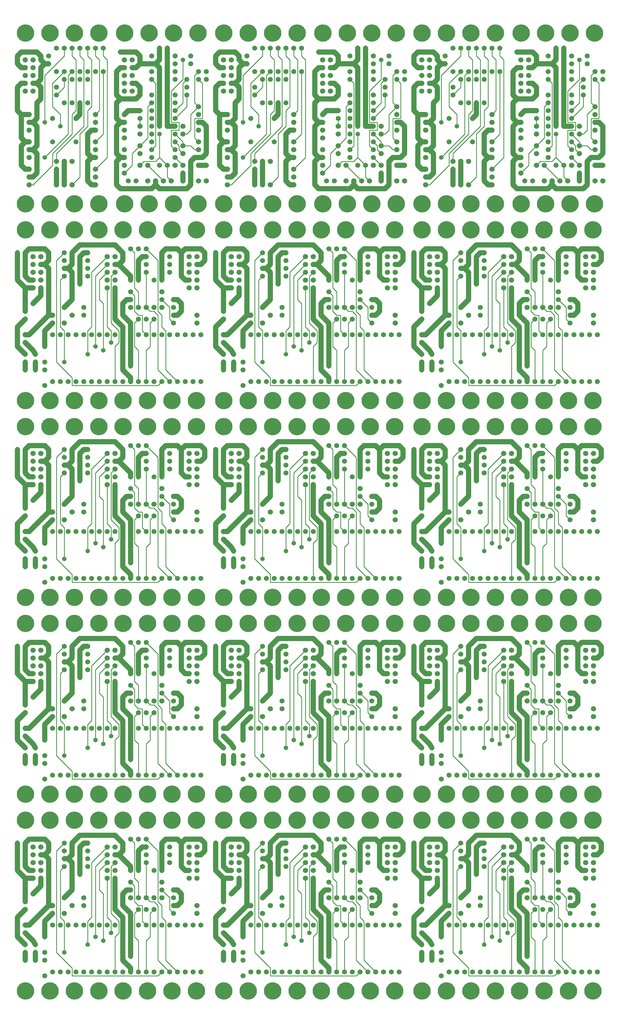
<source format=gtl>
%MOIN*%
%FSLAX25Y25*%
G04 D10 used for Character Trace; *
G04     Circle (OD=.01000) (No hole)*
G04 D11 used for Power Trace; *
G04     Circle (OD=.06500) (No hole)*
G04 D12 used for Signal Trace; *
G04     Circle (OD=.01100) (No hole)*
G04 D13 used for Via; *
G04     Circle (OD=.05800) (Round. Hole ID=.02800)*
G04 D14 used for Component hole; *
G04     Circle (OD=.06500) (Round. Hole ID=.03500)*
G04 D15 used for Component hole; *
G04     Circle (OD=.06700) (Round. Hole ID=.04300)*
G04 D16 used for Component hole; *
G04     Circle (OD=.08100) (Round. Hole ID=.05100)*
G04 D17 used for Component hole; *
G04     Circle (OD=.08900) (Round. Hole ID=.05900)*
G04 D18 used for Component hole; *
G04     Circle (OD=.11300) (Round. Hole ID=.08300)*
G04 D19 used for Component hole; *
G04     Circle (OD=.16000) (Round. Hole ID=.13000)*
G04 D20 used for Component hole; *
G04     Circle (OD=.18300) (Round. Hole ID=.15300)*
G04 D21 used for Component hole; *
G04     Circle (OD=.22291) (Round. Hole ID=.19291)*
%ADD10C,.01000*%
%ADD11C,.06500*%
%ADD12C,.01100*%
%ADD13C,.05800*%
%ADD14C,.06500*%
%ADD15C,.06700*%
%ADD16C,.08100*%
%ADD17C,.08900*%
%ADD18C,.11300*%
%ADD19C,.16000*%
%ADD20C,.18300*%
%ADD21C,.22291*%
%IPPOS*%
%LPD*%
G90*X0Y0D02*D21*X15625Y15625D03*D14*              
X40000Y35000D03*D21*X46875Y15625D03*D14*          
X50000Y40000D03*X40000Y55000D03*X28000D03*D11*    
Y65000D01*D14*D03*X15000Y75000D03*D11*            
X5000Y85000D01*Y110000D01*X15000Y120000D01*D15*   
D03*Y130000D03*D11*Y160000D01*X25000D01*D15*D03*  
D11*Y140000D02*X35000Y150000D01*D13*              
X25000Y140000D03*D11*X35000Y150000D02*Y160000D01* 
D15*D03*X25000Y170000D03*D11*X20000D01*           
X15000Y175000D01*Y205000D01*X20000Y210000D01*     
X40000D01*X45000Y205000D01*Y195000D01*            
X40000Y190000D01*X45000Y185000D01*Y125000D01*     
X20000Y100000D01*X15000D01*D15*D03*Y90000D03*D11* 
X25000Y80000D01*X28000Y75000D01*D14*D03*          
X15000Y65000D03*D11*Y55000D01*D14*D03*            
X40000Y65000D03*Y85000D03*D11*Y105000D01*         
X50000Y115000D01*D14*D03*D12*X65000Y105000D02*    
X60000Y110000D01*X65000Y65000D02*Y105000D01*D13*  
Y65000D03*D12*X75000Y45000D02*X55000Y65000D01*    
X75000Y35000D02*Y45000D01*Y35000D02*X185000D01*   
X190000Y40000D01*D14*D03*X200000D03*D12*          
X185000Y55000D01*Y125000D01*X180000Y130000D01*    
X175000D01*X170000Y135000D01*D15*D03*D12*         
Y180000D01*D14*D03*X180000Y170000D03*X160000D03*  
D11*Y195000D01*X165000Y200000D01*X170000D01*D14*  
D03*X160000Y210000D03*X170000D03*D12*             
X185000Y195000D01*Y130000D01*X190000Y125000D01*   
Y110000D01*X195000Y105000D01*Y55000D01*           
X210000Y40000D01*D14*D03*X220000D03*X230000D03*   
D21*X234375Y15625D03*X203125D03*D14*              
X240000Y40000D03*X180000D03*D12*X170000D02*       
Y80000D01*D14*Y40000D03*X160000D03*D12*Y80000D01* 
X155000Y85000D01*Y115000D01*X160000Y120000D01*D14*
D03*D12*X165000Y105000D02*Y125000D01*             
X170000Y100000D02*X165000Y105000D01*D14*          
X170000Y100000D03*X180000D03*X160000D03*D12*      
X175000Y85000D02*Y115000D01*X170000Y80000D02*     
X175000Y85000D01*D14*X190000Y100000D03*X150000D03*
D11*Y60000D01*D13*D03*D11*Y45000D02*              
X140000Y55000D01*X150000Y40000D02*Y45000D01*D14*  
Y40000D03*X140000D03*D11*Y55000D02*Y100000D01*D14*
D03*D11*Y110000D01*X130000Y120000D01*Y160000D01*  
D15*D03*X120000Y170000D03*X130000D03*             
X120000Y160000D03*D12*Y110000D01*                 
X125000Y105000D01*Y90000D01*D13*D03*D12*          
X130000Y40000D02*Y85000D01*D14*Y40000D03*         
X120000D03*X110000D03*D21*X109375Y15625D03*       
X140625D03*D14*X100000Y40000D03*D13*              
X95000Y75000D03*D12*Y105000D01*X100000Y110000D01* 
Y180000D01*X120000Y200000D01*D15*D03*             
X130000Y190000D03*D11*X135000D01*                 
X150000Y175000D01*Y170000D01*D14*D03*D12*         
X160000Y155000D02*X155000Y160000D01*              
X160000Y135000D02*Y155000D01*D15*Y135000D03*D12*  
Y125000D02*X155000Y130000D01*X160000Y125000D02*   
X165000D01*D14*X170000Y120000D03*D12*             
X175000Y115000D02*X180000Y120000D01*D14*D03*D15*  
X190000Y135000D03*X180000D03*D14*                 
X200000Y100000D03*D12*X205000Y115000D02*          
X200000Y120000D01*D14*X205000Y115000D03*D12*      
X200000Y120000D02*Y135000D01*X190000Y145000D01*   
D14*D03*D15*Y155000D03*D14*X205000Y135000D03*     
Y145000D03*D11*X210000D01*X215000Y140000D01*      
Y130000D01*X210000Y125000D01*X205000D01*D14*D03*  
X230000Y100000D03*X210000D03*X220000D03*D15*      
X235000Y115000D03*Y125000D03*Y160000D03*D14*      
X240000Y100000D03*D15*X225000Y160000D03*          
X235000Y170000D03*X225000D03*D11*X220000D01*      
X215000Y175000D01*Y205000D01*X220000Y210000D01*   
X240000D01*X245000Y205000D01*Y195000D01*          
X240000Y190000D01*X235000D01*D15*D03*             
X225000Y200000D03*Y180000D03*X235000Y200000D03*   
X225000Y190000D03*X235000Y180000D03*D11*          
X215000Y205000D02*X210000Y210000D01*X200000D01*   
D14*D03*D11*X195000D01*X190000Y205000D01*         
Y170000D01*D14*D03*X200000Y180000D03*             
X170000Y190000D03*X200000D03*Y200000D03*D12*      
X155000Y160000D02*Y205000D01*D14*                 
X150000Y155000D03*D12*X155000Y150000D01*          
Y130000D01*D15*X150000Y135000D03*D11*             
X140000Y125000D02*Y140000D01*X150000Y115000D02*   
X140000Y125000D01*X150000Y100000D02*Y115000D01*   
D12*X135000Y90000D02*Y105000D01*X130000Y85000D02* 
X135000Y90000D01*D14*X130000Y100000D03*D13*       
X115000Y80000D03*D12*Y140000D01*X110000Y145000D01*
Y170000D01*X120000Y180000D01*D15*D03*D12*         
X125000Y115000D02*Y175000D01*X135000Y105000D02*   
X125000Y115000D01*D14*X120000Y100000D03*          
X110000D03*D13*X105000Y85000D03*D12*Y175000D01*   
X120000Y190000D01*D15*D03*X130000Y180000D03*D12*  
X125000Y175000D01*D11*X135000Y190000D02*          
X140000Y195000D01*Y205000D01*X130000Y215000D01*   
X85000D01*X75000Y205000D01*Y190000D01*            
X70000Y185000D01*X75000Y180000D01*Y165000D01*D14* 
D03*D11*Y145000D01*X65000Y135000D01*D15*D03*      
X75000Y125000D03*D14*X50000D03*D11*X45000D01*D12* 
X60000Y110000D02*Y170000D01*X65000Y175000D01*D14* 
D03*D11*Y185000D02*X70000D01*D14*X65000D03*D12*   
X55000Y65000D02*Y195000D01*D14*X80000Y40000D03*   
X60000D03*X70000D03*X90000Y100000D03*Y40000D03*   
X80000Y100000D03*X70000D03*X60000D03*X50000D03*   
X100000D03*D15*X65000Y115000D03*D21*              
X78125Y15625D03*D14*X90000Y125000D03*Y135000D03*  
D11*X140000Y140000D02*X145000Y145000D01*          
X150000D01*D14*D03*X95000Y195000D03*Y185000D03*   
Y175000D03*D15*X130000Y200000D03*D11*X85000D02*   
X90000Y205000D01*X85000Y165000D02*Y200000D01*D14* 
Y165000D03*D12*X55000Y195000D02*X65000Y205000D01* 
D14*D03*Y195000D03*D11*X90000Y205000D02*X95000D01*
D14*D03*D21*X109375Y234375D03*X78125D03*          
X140625D03*X46875D03*D14*X150000Y210000D03*D12*   
X155000Y205000D01*D21*X171875Y234375D03*          
X203125D03*X234375D03*D11*X35000Y190000D02*       
X40000D01*D15*X35000D03*X25000Y200000D03*         
Y180000D03*X35000Y200000D03*X25000Y190000D03*     
X35000Y180000D03*Y170000D03*D11*X15000Y160000D02* 
X5000Y170000D01*Y205000D01*D13*D03*D21*           
X15625Y234375D03*X171875Y15625D03*G90*X0Y2000D02* 
X234375Y267625D03*X203125D03*X171875D03*          
X140625D03*X109375D03*X78125D03*X46875D03*        
X15625D03*D12*X75000Y287000D02*X185000D01*        
X75000D02*Y297000D01*X55000Y317000D01*Y447000D01* 
X65000Y457000D01*D14*D03*D11*X75000Y442000D02*    
Y457000D01*X70000Y437000D02*X75000Y442000D01*     
Y432000D02*X70000Y437000D01*X75000Y417000D02*     
Y432000D01*D14*Y417000D03*D11*Y397000D01*         
X65000Y387000D01*D15*D03*X75000Y377000D03*D14*    
X50000D03*D11*X45000D01*X20000Y352000D01*         
X15000D01*D15*D03*D11*X5000Y337000D02*Y362000D01* 
X15000Y327000D02*X5000Y337000D01*D14*             
X15000Y327000D03*X28000Y317000D03*D11*Y307000D01* 
D14*D03*X15000Y317000D03*D11*Y307000D01*D14*D03*  
X28000Y327000D03*D11*X25000Y332000D01*            
X15000Y342000D01*D15*D03*D11*X5000Y362000D02*     
X15000Y372000D01*D15*D03*Y382000D03*D11*          
Y412000D01*X25000D01*D15*D03*D11*Y392000D02*      
X35000Y402000D01*D13*X25000Y392000D03*D11*        
X35000Y402000D02*Y412000D01*D15*D03*              
X25000Y422000D03*D11*X20000D01*X15000Y427000D01*  
Y457000D01*X20000Y462000D01*X40000D01*            
X45000Y457000D01*Y447000D01*X40000Y442000D01*     
X45000Y437000D01*Y377000D01*D14*X50000Y367000D03* 
D11*X40000Y357000D01*Y337000D01*D14*D03*          
X50000Y352000D03*X40000Y317000D03*                
X60000Y352000D03*D13*X65000Y317000D03*D12*        
Y357000D01*X60000Y362000D01*Y422000D01*           
X65000Y427000D01*D14*D03*D11*Y437000D02*X70000D01*
D14*X65000D03*Y447000D03*X85000Y417000D03*D11*    
Y452000D01*X90000Y457000D01*X95000D01*D14*D03*D11*
X75000D02*X85000Y467000D01*X130000D01*            
X140000Y457000D01*Y447000D01*X135000Y442000D01*   
X150000Y427000D01*Y422000D01*D14*D03*X160000D03*  
D11*Y447000D01*X165000Y452000D01*X170000D01*D14*  
D03*X160000Y462000D03*X170000D03*D12*             
X185000Y447000D01*Y382000D01*X190000Y377000D01*   
Y362000D01*X195000Y357000D01*Y307000D01*          
X210000Y292000D01*D14*D03*X220000D03*X200000D03*  
D12*X185000Y307000D01*Y377000D01*                 
X180000Y382000D01*X175000D01*X170000Y387000D01*   
D15*D03*D12*Y432000D01*D14*D03*X180000Y422000D03* 
X170000Y442000D03*D12*X160000Y407000D02*          
X155000Y412000D01*X160000Y387000D02*Y407000D01*   
D15*Y387000D03*D12*Y377000D02*X155000Y382000D01*  
X160000Y377000D02*X165000D01*Y357000D01*          
X170000Y352000D01*D14*D03*X180000D03*X160000D03*  
D12*X155000Y337000D02*Y367000D01*                 
X160000Y332000D02*X155000Y337000D01*              
X160000Y292000D02*Y332000D01*D14*Y292000D03*D11*  
X150000D02*Y297000D01*D14*Y292000D03*D11*         
Y297000D02*X140000Y307000D01*Y352000D01*D14*D03*  
D11*Y362000D01*X130000Y372000D01*Y412000D01*D15*  
D03*X120000Y422000D03*X130000D03*                 
X120000Y412000D03*D12*Y362000D01*                 
X125000Y357000D01*Y342000D01*D13*D03*D12*         
X130000Y292000D02*Y337000D01*D14*Y292000D03*      
X140000D03*X120000D03*D13*X150000Y312000D03*D11*  
Y352000D01*D14*D03*D11*Y367000D01*                
X140000Y377000D01*Y392000D01*X145000Y397000D01*   
X150000D01*D14*D03*D12*X155000Y382000D02*         
Y402000D01*D15*X150000Y387000D03*D14*             
X160000Y372000D03*D12*X155000Y367000D01*D14*      
X170000Y372000D03*D12*X175000Y337000D02*          
Y367000D01*X170000Y332000D02*X175000Y337000D01*   
X170000Y292000D02*Y332000D01*D14*Y292000D03*      
X180000D03*D12*X185000Y287000D02*                 
X190000Y292000D01*D14*D03*X230000D03*X240000D03*  
D12*X130000Y337000D02*X135000Y342000D01*          
Y357000D01*X125000Y367000D01*Y427000D01*          
X130000Y432000D01*D15*D03*X120000Y442000D03*D12*  
X105000Y427000D01*Y337000D01*D13*D03*             
X95000Y327000D03*D12*Y357000D01*X100000Y362000D01*
Y432000D01*X120000Y452000D01*D15*D03*             
X130000Y442000D03*D11*X135000D01*D15*             
X130000Y452000D03*X120000Y432000D03*D12*          
X110000Y422000D01*Y397000D01*X115000Y392000D01*   
Y332000D01*D13*D03*D14*X130000Y352000D03*         
X120000D03*X110000D03*X100000D03*X90000D03*       
X80000D03*Y292000D03*X90000D03*X100000D03*        
X110000D03*X70000Y352000D03*X90000Y377000D03*     
X70000Y292000D03*D15*X65000Y367000D03*D14*        
X90000Y387000D03*X60000Y292000D03*D12*            
X175000Y367000D02*X180000Y372000D01*D14*D03*D15*  
X190000Y387000D03*X180000D03*D14*                 
X200000Y352000D03*D12*X205000Y367000D02*          
X200000Y372000D01*D14*X205000Y367000D03*D12*      
X200000Y372000D02*Y387000D01*X190000Y397000D01*   
D14*D03*D15*Y407000D03*D14*X205000Y387000D03*     
Y397000D03*D11*X210000D01*X215000Y392000D01*      
Y382000D01*X210000Y377000D01*X205000D01*D14*D03*  
X230000Y352000D03*X190000D03*X210000D03*          
X220000D03*D15*X235000Y367000D03*Y377000D03*      
Y412000D03*D14*X240000Y352000D03*D15*             
X225000Y412000D03*X235000Y422000D03*X225000D03*   
D11*X220000D01*X215000Y427000D01*Y457000D01*      
X220000Y462000D01*X240000D01*X245000Y457000D01*   
Y447000D01*X240000Y442000D01*X235000D01*D15*D03*  
X225000Y452000D03*Y432000D03*X235000Y452000D03*   
X225000Y442000D03*X235000Y432000D03*D11*          
X215000Y457000D02*X210000Y462000D01*X200000D01*   
D14*D03*D11*X195000D01*X190000Y457000D01*         
Y422000D01*D14*D03*X200000Y432000D03*Y442000D03*  
Y452000D03*D12*X155000Y412000D02*Y457000D01*D14*  
X150000Y407000D03*D12*X155000Y402000D01*          
Y457000D02*X150000Y462000D01*D14*D03*D21*         
X171875Y486375D03*X140625D03*X109375D03*D14*      
X95000Y447000D03*D21*X203125Y486375D03*D14*       
X95000Y437000D03*Y427000D03*D21*X78125Y486375D03* 
X234375D03*X46875D03*D11*X35000Y442000D02*        
X40000D01*D15*X35000D03*X25000Y452000D03*         
Y432000D03*X35000Y452000D03*X25000Y442000D03*     
X35000Y432000D03*Y422000D03*D11*X15000Y412000D02* 
X5000Y422000D01*Y457000D01*D13*D03*D21*           
X15625Y486375D03*D14*X40000Y307000D03*            
X50000Y292000D03*X40000Y287000D03*G90*X0Y4000D02* 
D21*X234375Y519625D03*X203125D03*X171875D03*      
X140625D03*X109375D03*X78125D03*X46875D03*        
X15625D03*D12*X75000Y539000D02*X185000D01*        
X75000D02*Y549000D01*X55000Y569000D01*Y699000D01* 
X65000Y709000D01*D14*D03*D11*X75000Y694000D02*    
Y709000D01*X70000Y689000D02*X75000Y694000D01*     
Y684000D02*X70000Y689000D01*X75000Y669000D02*     
Y684000D01*D14*Y669000D03*D11*Y649000D01*         
X65000Y639000D01*D15*D03*X75000Y629000D03*D14*    
X50000D03*D11*X45000D01*X20000Y604000D01*         
X15000D01*D15*D03*D11*X5000Y589000D02*Y614000D01* 
X15000Y579000D02*X5000Y589000D01*D14*             
X15000Y579000D03*X28000Y569000D03*D11*Y559000D01* 
D14*D03*X15000Y569000D03*D11*Y559000D01*D14*D03*  
X28000Y579000D03*D11*X25000Y584000D01*            
X15000Y594000D01*D15*D03*D11*X5000Y614000D02*     
X15000Y624000D01*D15*D03*Y634000D03*D11*          
Y664000D01*X25000D01*D15*D03*D11*Y644000D02*      
X35000Y654000D01*D13*X25000Y644000D03*D11*        
X35000Y654000D02*Y664000D01*D15*D03*              
X25000Y674000D03*D11*X20000D01*X15000Y679000D01*  
Y709000D01*X20000Y714000D01*X40000D01*            
X45000Y709000D01*Y699000D01*X40000Y694000D01*     
X45000Y689000D01*Y629000D01*D14*X50000Y619000D03* 
D11*X40000Y609000D01*Y589000D01*D14*D03*          
X50000Y604000D03*X40000Y569000D03*                
X60000Y604000D03*D13*X65000Y569000D03*D12*        
Y609000D01*X60000Y614000D01*Y674000D01*           
X65000Y679000D01*D14*D03*D11*Y689000D02*X70000D01*
D14*X65000D03*Y699000D03*X85000Y669000D03*D11*    
Y704000D01*X90000Y709000D01*X95000D01*D14*D03*D11*
X75000D02*X85000Y719000D01*X130000D01*            
X140000Y709000D01*Y699000D01*X135000Y694000D01*   
X150000Y679000D01*Y674000D01*D14*D03*X160000D03*  
D11*Y699000D01*X165000Y704000D01*X170000D01*D14*  
D03*X160000Y714000D03*X170000D03*D12*             
X185000Y699000D01*Y634000D01*X190000Y629000D01*   
Y614000D01*X195000Y609000D01*Y559000D01*          
X210000Y544000D01*D14*D03*X220000D03*X200000D03*  
D12*X185000Y559000D01*Y629000D01*                 
X180000Y634000D01*X175000D01*X170000Y639000D01*   
D15*D03*D12*Y684000D01*D14*D03*X180000Y674000D03* 
X170000Y694000D03*D12*X160000Y659000D02*          
X155000Y664000D01*X160000Y639000D02*Y659000D01*   
D15*Y639000D03*D12*Y629000D02*X155000Y634000D01*  
X160000Y629000D02*X165000D01*Y609000D01*          
X170000Y604000D01*D14*D03*X180000D03*X160000D03*  
D12*X155000Y589000D02*Y619000D01*                 
X160000Y584000D02*X155000Y589000D01*              
X160000Y544000D02*Y584000D01*D14*Y544000D03*D11*  
X150000D02*Y549000D01*D14*Y544000D03*D11*         
Y549000D02*X140000Y559000D01*Y604000D01*D14*D03*  
D11*Y614000D01*X130000Y624000D01*Y664000D01*D15*  
D03*X120000Y674000D03*X130000D03*                 
X120000Y664000D03*D12*Y614000D01*                 
X125000Y609000D01*Y594000D01*D13*D03*D12*         
X130000Y544000D02*Y589000D01*D14*Y544000D03*      
X140000D03*X120000D03*D13*X150000Y564000D03*D11*  
Y604000D01*D14*D03*D11*Y619000D01*                
X140000Y629000D01*Y644000D01*X145000Y649000D01*   
X150000D01*D14*D03*D12*X155000Y634000D02*         
Y654000D01*D15*X150000Y639000D03*D14*             
X160000Y624000D03*D12*X155000Y619000D01*D14*      
X170000Y624000D03*D12*X175000Y589000D02*          
Y619000D01*X170000Y584000D02*X175000Y589000D01*   
X170000Y544000D02*Y584000D01*D14*Y544000D03*      
X180000D03*D12*X185000Y539000D02*                 
X190000Y544000D01*D14*D03*X230000D03*X240000D03*  
D12*X130000Y589000D02*X135000Y594000D01*          
Y609000D01*X125000Y619000D01*Y679000D01*          
X130000Y684000D01*D15*D03*X120000Y694000D03*D12*  
X105000Y679000D01*Y589000D01*D13*D03*             
X95000Y579000D03*D12*Y609000D01*X100000Y614000D01*
Y684000D01*X120000Y704000D01*D15*D03*             
X130000Y694000D03*D11*X135000D01*D15*             
X130000Y704000D03*X120000Y684000D03*D12*          
X110000Y674000D01*Y649000D01*X115000Y644000D01*   
Y584000D01*D13*D03*D14*X130000Y604000D03*         
X120000D03*X110000D03*X100000D03*X90000D03*       
X80000D03*Y544000D03*X90000D03*X100000D03*        
X110000D03*X70000Y604000D03*X90000Y629000D03*     
X70000Y544000D03*D15*X65000Y619000D03*D14*        
X90000Y639000D03*X60000Y544000D03*D12*            
X175000Y619000D02*X180000Y624000D01*D14*D03*D15*  
X190000Y639000D03*X180000D03*D14*                 
X200000Y604000D03*D12*X205000Y619000D02*          
X200000Y624000D01*D14*X205000Y619000D03*D12*      
X200000Y624000D02*Y639000D01*X190000Y649000D01*   
D14*D03*D15*Y659000D03*D14*X205000Y639000D03*     
Y649000D03*D11*X210000D01*X215000Y644000D01*      
Y634000D01*X210000Y629000D01*X205000D01*D14*D03*  
X230000Y604000D03*X190000D03*X210000D03*          
X220000D03*D15*X235000Y619000D03*Y629000D03*      
Y664000D03*D14*X240000Y604000D03*D15*             
X225000Y664000D03*X235000Y674000D03*X225000D03*   
D11*X220000D01*X215000Y679000D01*Y709000D01*      
X220000Y714000D01*X240000D01*X245000Y709000D01*   
Y699000D01*X240000Y694000D01*X235000D01*D15*D03*  
X225000Y704000D03*Y684000D03*X235000Y704000D03*   
X225000Y694000D03*X235000Y684000D03*D11*          
X215000Y709000D02*X210000Y714000D01*X200000D01*   
D14*D03*D11*X195000D01*X190000Y709000D01*         
Y674000D01*D14*D03*X200000Y684000D03*Y694000D03*  
Y704000D03*D12*X155000Y664000D02*Y709000D01*D14*  
X150000Y659000D03*D12*X155000Y654000D01*          
Y709000D02*X150000Y714000D01*D14*D03*D21*         
X171875Y738375D03*X140625D03*X109375D03*D14*      
X95000Y699000D03*D21*X203125Y738375D03*D14*       
X95000Y689000D03*Y679000D03*D21*X78125Y738375D03* 
X234375D03*X46875D03*D11*X35000Y694000D02*        
X40000D01*D15*X35000D03*X25000Y704000D03*         
Y684000D03*X35000Y704000D03*X25000Y694000D03*     
X35000Y684000D03*Y674000D03*D11*X15000Y664000D02* 
X5000Y674000D01*Y709000D01*D13*D03*D21*           
X15625Y738375D03*D14*X40000Y559000D03*            
X50000Y544000D03*X40000Y539000D03*G90*X0Y1000D02* 
D21*X234375Y771625D03*X203125D03*X171875D03*      
X140625D03*X109375D03*X78125D03*X46875D03*        
X15625D03*D12*X75000Y791000D02*X185000D01*        
X75000D02*Y801000D01*X55000Y821000D01*Y951000D01* 
X65000Y961000D01*D14*D03*D11*X75000Y946000D02*    
Y961000D01*X70000Y941000D02*X75000Y946000D01*     
Y936000D02*X70000Y941000D01*X75000Y921000D02*     
Y936000D01*D14*Y921000D03*D11*Y901000D01*         
X65000Y891000D01*D15*D03*X75000Y881000D03*D14*    
X50000D03*D11*X45000D01*X20000Y856000D01*         
X15000D01*D15*D03*D11*X5000Y841000D02*Y866000D01* 
X15000Y831000D02*X5000Y841000D01*D14*             
X15000Y831000D03*X28000Y821000D03*D11*Y811000D01* 
D14*D03*X15000Y821000D03*D11*Y811000D01*D14*D03*  
X28000Y831000D03*D11*X25000Y836000D01*            
X15000Y846000D01*D15*D03*D11*X5000Y866000D02*     
X15000Y876000D01*D15*D03*Y886000D03*D11*          
Y916000D01*X25000D01*D15*D03*D11*Y896000D02*      
X35000Y906000D01*D13*X25000Y896000D03*D11*        
X35000Y906000D02*Y916000D01*D15*D03*              
X25000Y926000D03*D11*X20000D01*X15000Y931000D01*  
Y961000D01*X20000Y966000D01*X40000D01*            
X45000Y961000D01*Y951000D01*X40000Y946000D01*     
X45000Y941000D01*Y881000D01*D14*X50000Y871000D03* 
D11*X40000Y861000D01*Y841000D01*D14*D03*          
X50000Y856000D03*X40000Y821000D03*                
X60000Y856000D03*D13*X65000Y821000D03*D12*        
Y861000D01*X60000Y866000D01*Y926000D01*           
X65000Y931000D01*D14*D03*D11*Y941000D02*X70000D01*
D14*X65000D03*Y951000D03*X85000Y921000D03*D11*    
Y956000D01*X90000Y961000D01*X95000D01*D14*D03*D11*
X75000D02*X85000Y971000D01*X130000D01*            
X140000Y961000D01*Y951000D01*X135000Y946000D01*   
X150000Y931000D01*Y926000D01*D14*D03*X160000D03*  
D11*Y951000D01*X165000Y956000D01*X170000D01*D14*  
D03*X160000Y966000D03*X170000D03*D12*             
X185000Y951000D01*Y886000D01*X190000Y881000D01*   
Y866000D01*X195000Y861000D01*Y811000D01*          
X210000Y796000D01*D14*D03*X220000D03*X200000D03*  
D12*X185000Y811000D01*Y881000D01*                 
X180000Y886000D01*X175000D01*X170000Y891000D01*   
D15*D03*D12*Y936000D01*D14*D03*X180000Y926000D03* 
X170000Y946000D03*D12*X160000Y911000D02*          
X155000Y916000D01*X160000Y891000D02*Y911000D01*   
D15*Y891000D03*D12*Y881000D02*X155000Y886000D01*  
X160000Y881000D02*X165000D01*Y861000D01*          
X170000Y856000D01*D14*D03*X180000D03*X160000D03*  
D12*X155000Y841000D02*Y871000D01*                 
X160000Y836000D02*X155000Y841000D01*              
X160000Y796000D02*Y836000D01*D14*Y796000D03*D11*  
X150000D02*Y801000D01*D14*Y796000D03*D11*         
Y801000D02*X140000Y811000D01*Y856000D01*D14*D03*  
D11*Y866000D01*X130000Y876000D01*Y916000D01*D15*  
D03*X120000Y926000D03*X130000D03*                 
X120000Y916000D03*D12*Y866000D01*                 
X125000Y861000D01*Y846000D01*D13*D03*D12*         
X130000Y796000D02*Y841000D01*D14*Y796000D03*      
X140000D03*X120000D03*D13*X150000Y816000D03*D11*  
Y856000D01*D14*D03*D11*Y871000D01*                
X140000Y881000D01*Y896000D01*X145000Y901000D01*   
X150000D01*D14*D03*D12*X155000Y886000D02*         
Y906000D01*D15*X150000Y891000D03*D14*             
X160000Y876000D03*D12*X155000Y871000D01*D14*      
X170000Y876000D03*D12*X175000Y841000D02*          
Y871000D01*X170000Y836000D02*X175000Y841000D01*   
X170000Y796000D02*Y836000D01*D14*Y796000D03*      
X180000D03*D12*X185000Y791000D02*                 
X190000Y796000D01*D14*D03*X230000D03*X240000D03*  
D12*X130000Y841000D02*X135000Y846000D01*          
Y861000D01*X125000Y871000D01*Y931000D01*          
X130000Y936000D01*D15*D03*X120000Y946000D03*D12*  
X105000Y931000D01*Y841000D01*D13*D03*             
X95000Y831000D03*D12*Y861000D01*X100000Y866000D01*
Y936000D01*X120000Y956000D01*D15*D03*             
X130000Y946000D03*D11*X135000D01*D15*             
X130000Y956000D03*X120000Y936000D03*D12*          
X110000Y926000D01*Y901000D01*X115000Y896000D01*   
Y836000D01*D13*D03*D14*X130000Y856000D03*         
X120000D03*X110000D03*X100000D03*X90000D03*       
X80000D03*Y796000D03*X90000D03*X100000D03*        
X110000D03*X70000Y856000D03*X90000Y881000D03*     
X70000Y796000D03*D15*X65000Y871000D03*D14*        
X90000Y891000D03*X60000Y796000D03*D12*            
X175000Y871000D02*X180000Y876000D01*D14*D03*D15*  
X190000Y891000D03*X180000D03*D14*                 
X200000Y856000D03*D12*X205000Y871000D02*          
X200000Y876000D01*D14*X205000Y871000D03*D12*      
X200000Y876000D02*Y891000D01*X190000Y901000D01*   
D14*D03*D15*Y911000D03*D14*X205000Y891000D03*     
Y901000D03*D11*X210000D01*X215000Y896000D01*      
Y886000D01*X210000Y881000D01*X205000D01*D14*D03*  
X230000Y856000D03*X190000D03*X210000D03*          
X220000D03*D15*X235000Y871000D03*Y881000D03*      
Y916000D03*D14*X240000Y856000D03*D15*             
X225000Y916000D03*X235000Y926000D03*X225000D03*   
D11*X220000D01*X215000Y931000D01*Y961000D01*      
X220000Y966000D01*X240000D01*X245000Y961000D01*   
Y951000D01*X240000Y946000D01*X235000D01*D15*D03*  
X225000Y956000D03*Y936000D03*X235000Y956000D03*   
X225000Y946000D03*X235000Y936000D03*D11*          
X215000Y961000D02*X210000Y966000D01*X200000D01*   
D14*D03*D11*X195000D01*X190000Y961000D01*         
Y926000D01*D14*D03*X200000Y936000D03*Y946000D03*  
Y956000D03*D12*X155000Y916000D02*Y961000D01*D14*  
X150000Y911000D03*D12*X155000Y906000D01*          
Y961000D02*X150000Y966000D01*D14*D03*D21*         
X171875Y990375D03*X140625D03*X109375D03*D14*      
X95000Y951000D03*D21*X203125Y990375D03*D14*       
X95000Y941000D03*Y931000D03*D21*X78125Y990375D03* 
X234375D03*X46875D03*D11*X35000Y946000D02*        
X40000D01*D15*X35000D03*X25000Y956000D03*         
Y936000D03*X35000Y956000D03*X25000Y946000D03*     
X35000Y936000D03*Y926000D03*D11*X15000Y916000D02* 
X5000Y926000D01*Y961000D01*D13*D03*D21*           
X15625Y990375D03*D14*X40000Y811000D03*            
X50000Y796000D03*X40000Y791000D03*G90*X0Y3000D02* 
D21*X109375Y1023625D03*X78125D03*X46875D03*       
X15625D03*D15*X105000Y1048000D03*D11*X100000D01*  
X95000Y1053000D01*Y1078000D01*X100000Y1083000D01* 
X105000D01*D15*D03*D11*X100000D02*                
X95000Y1088000D01*Y1113000D01*X100000Y1118000D01* 
X105000D01*D15*D03*D12*Y1103000D02*               
X115000Y1113000D01*D15*X105000Y1103000D03*D12*    
X115000Y1113000D02*Y1193000D01*D14*D03*X105000D03*
D12*X100000Y1148000D02*Y1208000D01*               
X95000Y1143000D02*X100000Y1148000D01*             
X95000Y1123000D02*Y1143000D01*X85000Y1113000D02*  
X95000Y1123000D01*X85000Y1058000D02*Y1113000D01*  
X75000Y1048000D02*X85000Y1058000D01*D15*          
X75000Y1048000D03*X65000D03*D11*Y1078000D01*D15*  
D03*D12*X55000D02*Y1088000D01*D15*Y1078000D03*D12*
X25000Y1048000D02*X50000Y1073000D01*              
X20000Y1048000D02*X25000D01*D15*X20000D03*D11*    
Y1058000D02*X25000D01*D15*X20000D03*D11*X25000D02*
X30000Y1063000D01*Y1088000D01*X25000Y1093000D01*  
X20000D01*D15*D03*D11*X25000D02*X30000Y1098000D01*
Y1123000D01*X25000Y1128000D01*X20000D01*D15*D03*  
D11*X25000D02*X30000Y1133000D01*Y1153000D01*      
X35000Y1158000D01*Y1173000D01*X30000Y1178000D01*  
X25000D01*D15*D03*D11*X30000D02*X35000Y1183000D01*
Y1198000D01*X40000Y1203000D01*X45000D01*D14*D03*  
D11*X40000D02*X35000Y1208000D01*Y1213000D01*      
X30000Y1218000D01*X10000D01*X5000Y1213000D01*     
Y1203000D01*X10000Y1198000D01*X15000D01*D15*D03*  
X25000Y1188000D03*Y1208000D03*Y1198000D03*        
X15000Y1208000D03*Y1188000D03*D11*                
X5000Y1173000D02*X10000Y1178000D01*               
X5000Y1143000D02*Y1173000D01*X10000Y1138000D02*   
X5000Y1143000D01*X10000Y1108000D02*Y1138000D01*   
X15000Y1103000D02*X10000Y1108000D01*Y1098000D02*  
X15000Y1103000D01*X10000Y1073000D02*Y1098000D01*  
X15000Y1068000D02*X10000Y1073000D01*              
X15000Y1068000D02*X20000D01*D15*D03*Y1083000D03*  
D13*X40000D03*D12*X70000Y1113000D01*Y1188000D01*  
X75000Y1193000D01*D14*D03*X85000Y1183000D03*      
X65000D03*D12*Y1173000D01*X55000Y1163000D01*D14*  
D03*X65000Y1153000D03*X55000Y1173000D03*D12*      
X60000Y1138000D02*X50000Y1148000D01*              
X60000Y1123000D02*Y1138000D01*D13*Y1123000D03*D14*
X50000Y1133000D03*D12*X75000Y1113000D02*          
Y1138000D01*X50000Y1088000D02*X75000Y1113000D01*  
X50000Y1073000D02*Y1088000D01*D13*                
X55000Y1068000D03*D11*Y1048000D01*D15*D03*        
X75000Y1078000D03*D12*X55000Y1088000D02*          
X90000Y1123000D01*Y1208000D01*X85000Y1213000D01*  
Y1223000D01*D14*D03*D12*X100000Y1208000D02*       
X95000Y1213000D01*X110000Y1208000D02*             
X105000Y1213000D01*X110000Y1143000D02*Y1208000D01*
X105000Y1138000D02*X110000Y1143000D01*D15*        
X105000Y1138000D03*Y1128000D03*D14*               
X95000Y1153000D03*X85000D03*D11*Y1138000D01*      
X80000Y1133000D01*D14*D03*D12*X75000Y1138000D02*  
X80000Y1143000D01*Y1208000D01*X75000Y1213000D01*  
Y1223000D01*D14*D03*D12*X40000Y1188000D02*        
X65000Y1213000D01*X40000Y1128000D02*Y1188000D01*  
D13*Y1128000D03*D12*X50000Y1148000D02*Y1178000D01*
X65000Y1193000D01*D14*D03*X75000Y1183000D03*      
X55000Y1193000D03*X45000Y1213000D03*              
X85000Y1193000D03*D12*X65000Y1213000D02*          
Y1223000D01*D14*D03*X55000D03*D21*                
X46875Y1242375D03*X78125D03*D14*X95000Y1193000D03*
D12*Y1213000D02*Y1223000D01*D14*D03*D12*          
X105000Y1213000D02*Y1223000D01*D14*D03*D12*       
X120000Y1208000D02*X115000Y1213000D01*            
X120000Y1083000D02*Y1208000D01*X105000Y1068000D02*
X120000Y1083000D01*D15*X105000Y1068000D03*        
Y1058000D03*Y1093000D03*D14*X80000Y1103000D03*    
X50000D03*D15*X20000Y1138000D03*D11*X10000D01*D15*
X20000Y1118000D03*X25000Y1168000D03*X15000D03*D11*
Y1103000D02*X20000D01*D15*D03*D14*                
X75000Y1153000D03*D15*X15000Y1178000D03*D11*      
X10000D01*D21*X15625Y1242375D03*D14*              
X95000Y1183000D03*D21*X109375Y1242375D03*D12*     
X115000Y1213000D02*Y1223000D01*D14*D03*G90*       
X2000Y3000D02*D21*X236375Y1023625D03*X205125D03*  
X173875D03*X142625D03*D11*X187000Y1043000D02*     
X222000D01*X187000D02*X182000Y1048000D01*         
X177000Y1043000D01*X137000D01*X132000Y1048000D01* 
Y1078000D01*X137000Y1083000D01*X142000D01*D15*D03*
D11*X137000D02*X132000Y1088000D01*Y1123000D01*    
X137000Y1128000D01*X142000D01*D15*D03*D11*        
X137000D02*X132000Y1133000D01*Y1153000D01*        
X137000Y1158000D01*X157000D01*X162000Y1163000D01* 
Y1173000D01*X157000Y1178000D01*X152000D01*D15*D03*
X142000Y1188000D03*Y1168000D03*X152000Y1188000D03*
X142000Y1178000D03*X152000Y1168000D03*D11*        
X132000Y1163000D02*Y1193000D01*X137000Y1158000D02*
X132000Y1163000D01*X142000Y1138000D02*            
X147000Y1143000D01*D15*X142000Y1138000D03*D11*    
X147000Y1143000D02*X162000D01*D14*D03*Y1133000D03*
D12*Y1123000D01*D15*D03*Y1113000D03*D14*          
X177000D03*Y1123000D03*Y1133000D03*D12*           
X162000Y1098000D02*X172000Y1108000D01*D15*        
X162000Y1098000D03*D12*X152000Y1088000D01*        
Y1073000D01*X142000Y1063000D01*D15*D03*           
Y1073000D03*D14*X147000Y1053000D03*X157000D03*D15*
X162000Y1073000D03*D12*X167000Y1078000D01*        
X182000D01*X187000Y1083000D01*X197000Y1073000D01* 
D14*D03*D12*Y1058000D01*X202000Y1053000D01*D15*   
D03*X192000D03*D12*X172000Y1073000D01*D15*D03*D14*
X177000Y1083000D03*X187000Y1073000D03*D12*        
Y1083000D02*Y1113000D01*D13*D03*D11*              
X197000Y1123000D02*X207000D01*D14*D03*D12*        
X202000Y1118000D02*X212000D01*X202000Y1098000D02* 
Y1118000D01*X207000Y1093000D02*X202000Y1098000D01*
D14*X207000Y1093000D03*D12*X212000D02*Y1098000D01*
X217000Y1088000D02*X212000Y1093000D01*D15*        
X217000Y1088000D03*D11*X227000Y1053000D02*        
Y1078000D01*D15*Y1053000D03*D11*Y1048000D01*      
X222000Y1043000D01*D15*X217000Y1053000D03*D11*    
Y1063000D01*D13*D03*D15*X207000Y1073000D03*       
X217000D03*D12*X207000Y1083000D01*D14*D03*D15*    
X217000Y1098000D03*D12*X227000D01*                
X232000Y1093000D01*X237000D01*D15*D03*D11*        
X242000Y1083000D02*X247000Y1088000D01*            
X237000Y1083000D02*X242000D01*D15*X237000D03*D11* 
X232000D01*X227000Y1078000D01*D15*                
X237000Y1073000D03*D11*X247000D01*D13*D03*D11*    
Y1088000D02*Y1123000D01*X242000Y1128000D01*       
X237000D01*D15*D03*D12*X232000Y1133000D02*        
X242000D01*X232000Y1108000D02*Y1133000D01*        
X237000Y1103000D02*X232000Y1108000D01*D15*        
X237000Y1103000D03*D12*X217000Y1113000D02*        
X222000D01*D15*X217000D03*D12*X212000Y1118000D02* 
Y1128000D01*X202000D01*Y1168000D01*               
X217000Y1183000D01*Y1208000D01*D13*D03*D14*       
X227000Y1203000D03*X207000Y1213000D03*X227000D03* 
X207000Y1203000D03*Y1193000D03*X237000D03*D12*    
X232000Y1188000D01*Y1153000D01*X237000Y1148000D01*
D15*D03*D12*X227000Y1138000D01*Y1118000D01*       
X222000Y1113000D01*X217000Y1098000D02*Y1103000D01*
X207000Y1113000D01*D14*D03*D15*X217000Y1123000D03*
D11*X197000D02*Y1173000D01*D14*D03*D11*           
Y1223000D01*D14*D03*X187000D03*D11*Y1208000D01*   
X182000Y1203000D01*X187000Y1198000D01*Y1173000D01*
D14*D03*D11*Y1123000D01*D13*D03*D12*              
X172000Y1108000D02*Y1148000D01*X177000Y1153000D01*
D14*D03*Y1163000D03*Y1143000D03*D12*              
X182000Y1098000D02*Y1178000D01*X177000Y1093000D02*
X182000Y1098000D01*D14*X177000Y1093000D03*        
Y1103000D03*D15*X162000Y1088000D03*D14*           
X207000Y1103000D03*D12*X212000Y1098000D01*D15*    
X237000Y1118000D03*D12*X242000Y1133000D02*        
Y1178000D01*X237000Y1183000D01*D14*D03*           
X247000Y1193000D03*Y1183000D03*X222000D03*D12*    
X217000Y1178000D01*Y1153000D01*X207000Y1143000D01*
D14*D03*Y1153000D03*Y1133000D03*D12*              
X222000Y1148000D01*Y1163000D01*D14*D03*           
Y1173000D03*X207000Y1163000D03*Y1183000D03*D15*   
X237000Y1138000D03*D11*X177000Y1203000D02*        
X182000D01*D14*X177000D03*D11*X162000D01*         
X157000Y1198000D01*X152000D01*D15*D03*            
X142000Y1208000D03*X152000D03*X142000Y1198000D03* 
D11*X137000D01*X132000Y1193000D01*                
X162000Y1213000D02*X157000Y1218000D01*            
X162000Y1203000D02*Y1213000D01*D14*               
X177000Y1193000D03*D11*X137000Y1218000D02*        
X157000D01*D13*X137000D03*D21*X142625Y1242375D03* 
X173875D03*D14*X177000Y1183000D03*D12*            
X182000Y1178000D01*D14*X177000Y1213000D03*D15*    
X142000Y1118000D03*D21*X236375Y1242375D03*        
X205125D03*D15*X142000Y1108000D03*Y1093000D03*    
X172000Y1053000D03*X182000D03*D11*Y1048000D01*D15*
X237000Y1053000D03*X247000D03*G90*X4000Y0D02*D11* 
X269000Y75000D02*X259000Y85000D01*D14*            
X269000Y75000D03*X282000Y65000D03*D11*Y55000D01*  
D14*D03*X269000Y65000D03*D11*Y55000D01*D14*D03*   
X282000Y75000D03*D11*X279000Y80000D01*            
X269000Y90000D01*D15*D03*D11*Y100000D02*          
X274000D01*D15*X269000D03*D11*X274000D02*         
X299000Y125000D01*X304000D01*D14*D03*D11*         
X299000D02*Y185000D01*X294000Y190000D01*          
X289000D01*D15*D03*D11*X294000D02*                
X299000Y195000D01*Y205000D01*X294000Y210000D01*   
X274000D01*X269000Y205000D01*Y175000D01*          
X274000Y170000D01*X279000D01*D15*D03*             
X289000Y160000D03*D11*Y150000D01*                 
X279000Y140000D01*D13*D03*D15*X269000Y130000D03*  
D11*Y160000D01*X279000D01*D15*D03*                
X289000Y170000D03*D11*X269000Y160000D02*          
X259000Y170000D01*Y205000D01*D13*D03*D15*         
X279000Y190000D03*Y200000D03*Y180000D03*          
X289000D03*D21*X269625Y234375D03*D15*             
X289000Y200000D03*D21*X300875Y234375D03*D12*      
X309000Y65000D02*Y195000D01*X329000Y45000D02*     
X309000Y65000D01*X329000Y35000D02*Y45000D01*      
Y35000D02*X439000D01*X444000Y40000D01*D14*D03*    
X454000D03*D12*X439000Y55000D01*Y125000D01*       
X434000Y130000D01*X429000D01*X424000Y135000D01*   
D15*D03*D12*Y180000D01*D14*D03*X434000Y170000D03* 
X414000D03*D11*Y195000D01*X419000Y200000D01*      
X424000D01*D14*D03*X414000Y210000D03*X424000D03*  
D12*X439000Y195000D01*Y130000D01*                 
X444000Y125000D01*Y110000D01*X449000Y105000D01*   
Y55000D01*X464000Y40000D01*D14*D03*X474000D03*    
X484000D03*D21*X488375Y15625D03*X457125D03*D14*   
X494000Y40000D03*X434000D03*D12*X424000D02*       
Y80000D01*D14*Y40000D03*X414000D03*D12*Y80000D01* 
X409000Y85000D01*Y115000D01*X414000Y120000D01*D14*
D03*D12*X419000Y105000D02*Y125000D01*             
X424000Y100000D02*X419000Y105000D01*D14*          
X424000Y100000D03*X434000D03*X414000D03*D12*      
X429000Y85000D02*Y115000D01*X424000Y80000D02*     
X429000Y85000D01*D14*X444000Y100000D03*X404000D03*
D11*Y60000D01*D13*D03*D11*Y45000D02*              
X394000Y55000D01*X404000Y40000D02*Y45000D01*D14*  
Y40000D03*X394000D03*D11*Y55000D02*Y100000D01*D14*
D03*D11*Y110000D01*X384000Y120000D01*Y160000D01*  
D15*D03*X374000Y170000D03*X384000D03*             
X374000Y160000D03*D12*Y110000D01*                 
X379000Y105000D01*Y90000D01*D13*D03*D12*          
X384000Y40000D02*Y85000D01*D14*Y40000D03*         
X374000D03*X364000D03*D21*X363375Y15625D03*       
X394625D03*D14*X354000Y40000D03*D13*              
X349000Y75000D03*D12*Y105000D01*X354000Y110000D01*
Y180000D01*X374000Y200000D01*D15*D03*             
X384000Y190000D03*D11*X389000D01*                 
X404000Y175000D01*Y170000D01*D14*D03*D12*         
X414000Y155000D02*X409000Y160000D01*              
X414000Y135000D02*Y155000D01*D15*Y135000D03*D12*  
Y125000D02*X409000Y130000D01*X414000Y125000D02*   
X419000D01*D14*X424000Y120000D03*D12*             
X429000Y115000D02*X434000Y120000D01*D14*D03*D15*  
X444000Y135000D03*X434000D03*D14*                 
X454000Y100000D03*D12*X459000Y115000D02*          
X454000Y120000D01*D14*X459000Y115000D03*D12*      
X454000Y120000D02*Y135000D01*X444000Y145000D01*   
D14*D03*D15*Y155000D03*D14*X459000Y135000D03*     
Y145000D03*D11*X464000D01*X469000Y140000D01*      
Y130000D01*X464000Y125000D01*X459000D01*D14*D03*  
X484000Y100000D03*X464000D03*X474000D03*D15*      
X489000Y115000D03*Y125000D03*Y160000D03*D14*      
X494000Y100000D03*D15*X479000Y160000D03*          
X489000Y170000D03*X479000D03*D11*X474000D01*      
X469000Y175000D01*Y205000D01*X474000Y210000D01*   
X494000D01*X499000Y205000D01*Y195000D01*          
X494000Y190000D01*X489000D01*D15*D03*             
X479000Y200000D03*Y180000D03*X489000Y200000D03*   
X479000Y190000D03*X489000Y180000D03*D11*          
X469000Y205000D02*X464000Y210000D01*X454000D01*   
D14*D03*D11*X449000D01*X444000Y205000D01*         
Y170000D01*D14*D03*X454000Y180000D03*             
X424000Y190000D03*X454000D03*Y200000D03*D12*      
X409000Y160000D02*Y205000D01*D14*                 
X404000Y155000D03*D12*X409000Y150000D01*          
Y130000D01*D15*X404000Y135000D03*D11*             
X394000Y125000D02*Y140000D01*X404000Y115000D02*   
X394000Y125000D01*X404000Y100000D02*Y115000D01*   
D12*X389000Y90000D02*Y105000D01*X384000Y85000D02* 
X389000Y90000D01*D14*X384000Y100000D03*D13*       
X369000Y80000D03*D12*Y140000D01*X364000Y145000D01*
Y170000D01*X374000Y180000D01*D15*D03*D12*         
X379000Y115000D02*Y175000D01*X389000Y105000D02*   
X379000Y115000D01*D14*X374000Y100000D03*          
X364000D03*D13*X359000Y85000D03*D12*Y175000D01*   
X374000Y190000D01*D15*D03*X384000Y180000D03*D12*  
X379000Y175000D01*D11*X389000Y190000D02*          
X394000Y195000D01*Y205000D01*X384000Y215000D01*   
X339000D01*X329000Y205000D01*Y190000D01*          
X324000Y185000D01*X329000Y180000D01*Y165000D01*   
D14*D03*D11*Y145000D01*X319000Y135000D01*D15*D03* 
X329000Y125000D03*D14*X304000Y115000D03*D11*      
X294000Y105000D01*Y85000D01*D14*D03*              
X304000Y100000D03*X294000Y65000D03*               
X314000Y100000D03*D13*X319000Y65000D03*D12*       
Y105000D01*X314000Y110000D01*Y170000D01*          
X319000Y175000D01*D14*D03*D11*Y185000D02*         
X324000D01*D14*X319000D03*D12*X309000Y195000D02*  
X319000Y205000D01*D14*D03*Y195000D03*D11*         
X339000Y165000D02*Y200000D01*D14*Y165000D03*      
X349000Y175000D03*Y185000D03*Y195000D03*          
X344000Y135000D03*D11*X339000Y200000D02*          
X344000Y205000D01*X349000D01*D14*D03*D21*         
X363375Y234375D03*X332125D03*D15*                 
X384000Y200000D03*D21*X394625Y234375D03*D14*      
X404000Y210000D03*D12*X409000Y205000D01*D21*      
X425875Y234375D03*X457125D03*D11*                 
X394000Y140000D02*X399000Y145000D01*X404000D01*   
D14*D03*X354000Y100000D03*X344000Y125000D03*      
Y100000D03*X334000D03*X324000D03*D15*             
X319000Y115000D03*D21*X488375Y234375D03*D14*      
X304000Y40000D03*X314000D03*X324000D03*X334000D03*
X344000D03*X294000Y35000D03*Y55000D03*D21*        
X300875Y15625D03*X332125D03*X425875D03*D15*       
X269000Y120000D03*D11*X259000Y110000D01*Y85000D01*
D21*X269625Y15625D03*G90*X4000Y2000D02*           
X269625Y267625D03*D14*X294000Y287000D03*D21*      
X300875Y267625D03*D14*X304000Y292000D03*          
X294000Y307000D03*X282000D03*D11*Y317000D01*D14*  
D03*X269000Y327000D03*D11*X259000Y337000D01*      
Y362000D01*X269000Y372000D01*D15*D03*Y382000D03*  
D11*Y412000D01*X279000D01*D15*D03*D11*Y392000D02* 
X289000Y402000D01*D13*X279000Y392000D03*D11*      
X289000Y402000D02*Y412000D01*D15*D03*             
X279000Y422000D03*D11*X274000D01*                 
X269000Y427000D01*Y457000D01*X274000Y462000D01*   
X294000D01*X299000Y457000D01*Y447000D01*          
X294000Y442000D01*X299000Y437000D01*Y377000D01*   
X274000Y352000D01*X269000D01*D15*D03*Y342000D03*  
D11*X279000Y332000D01*X282000Y327000D01*D14*D03*  
X269000Y317000D03*D11*Y307000D01*D14*D03*         
X294000Y317000D03*Y337000D03*D11*Y357000D01*      
X304000Y367000D01*D14*D03*D12*X319000Y357000D02*  
X314000Y362000D01*X319000Y317000D02*Y357000D01*   
D13*Y317000D03*D12*X329000Y297000D02*             
X309000Y317000D01*X329000Y287000D02*Y297000D01*   
Y287000D02*X439000D01*X444000Y292000D01*D14*D03*  
X454000D03*D12*X439000Y307000D01*Y377000D01*      
X434000Y382000D01*X429000D01*X424000Y387000D01*   
D15*D03*D12*Y432000D01*D14*D03*X434000Y422000D03* 
X414000D03*D11*Y447000D01*X419000Y452000D01*      
X424000D01*D14*D03*X414000Y462000D03*X424000D03*  
D12*X439000Y447000D01*Y382000D01*                 
X444000Y377000D01*Y362000D01*X449000Y357000D01*   
Y307000D01*X464000Y292000D01*D14*D03*X474000D03*  
X484000D03*D21*X488375Y267625D03*X457125D03*D14*  
X494000Y292000D03*X434000D03*D12*X424000D02*      
Y332000D01*D14*Y292000D03*X414000D03*D12*         
Y332000D01*X409000Y337000D01*Y367000D01*          
X414000Y372000D01*D14*D03*D12*X419000Y357000D02*  
Y377000D01*X424000Y352000D02*X419000Y357000D01*   
D14*X424000Y352000D03*X434000D03*X414000D03*D12*  
X429000Y337000D02*Y367000D01*X424000Y332000D02*   
X429000Y337000D01*D14*X444000Y352000D03*          
X404000D03*D11*Y312000D01*D13*D03*D11*Y297000D02* 
X394000Y307000D01*X404000Y292000D02*Y297000D01*   
D14*Y292000D03*X394000D03*D11*Y307000D02*         
Y352000D01*D14*D03*D11*Y362000D01*                
X384000Y372000D01*Y412000D01*D15*D03*             
X374000Y422000D03*X384000D03*X374000Y412000D03*   
D12*Y362000D01*X379000Y357000D01*Y342000D01*D13*  
D03*D12*X384000Y292000D02*Y337000D01*D14*         
Y292000D03*X374000D03*X364000D03*D21*             
X363375Y267625D03*X394625D03*D14*                 
X354000Y292000D03*D13*X349000Y327000D03*D12*      
Y357000D01*X354000Y362000D01*Y432000D01*          
X374000Y452000D01*D15*D03*X384000Y442000D03*D11*  
X389000D01*X404000Y427000D01*Y422000D01*D14*D03*  
D12*X414000Y407000D02*X409000Y412000D01*          
X414000Y387000D02*Y407000D01*D15*Y387000D03*D12*  
Y377000D02*X409000Y382000D01*X414000Y377000D02*   
X419000D01*D14*X424000Y372000D03*D12*             
X429000Y367000D02*X434000Y372000D01*D14*D03*D15*  
X444000Y387000D03*X434000D03*D14*                 
X454000Y352000D03*D12*X459000Y367000D02*          
X454000Y372000D01*D14*X459000Y367000D03*D12*      
X454000Y372000D02*Y387000D01*X444000Y397000D01*   
D14*D03*D15*Y407000D03*D14*X459000Y387000D03*     
Y397000D03*D11*X464000D01*X469000Y392000D01*      
Y382000D01*X464000Y377000D01*X459000D01*D14*D03*  
X484000Y352000D03*X464000D03*X474000D03*D15*      
X489000Y367000D03*Y377000D03*Y412000D03*D14*      
X494000Y352000D03*D15*X479000Y412000D03*          
X489000Y422000D03*X479000D03*D11*X474000D01*      
X469000Y427000D01*Y457000D01*X474000Y462000D01*   
X494000D01*X499000Y457000D01*Y447000D01*          
X494000Y442000D01*X489000D01*D15*D03*             
X479000Y452000D03*Y432000D03*X489000Y452000D03*   
X479000Y442000D03*X489000Y432000D03*D11*          
X469000Y457000D02*X464000Y462000D01*X454000D01*   
D14*D03*D11*X449000D01*X444000Y457000D01*         
Y422000D01*D14*D03*X454000Y432000D03*             
X424000Y442000D03*X454000D03*Y452000D03*D12*      
X409000Y412000D02*Y457000D01*D14*                 
X404000Y407000D03*D12*X409000Y402000D01*          
Y382000D01*D15*X404000Y387000D03*D11*             
X394000Y377000D02*Y392000D01*X404000Y367000D02*   
X394000Y377000D01*X404000Y352000D02*Y367000D01*   
D12*X389000Y342000D02*Y357000D01*                 
X384000Y337000D02*X389000Y342000D01*D14*          
X384000Y352000D03*D13*X369000Y332000D03*D12*      
Y392000D01*X364000Y397000D01*Y422000D01*          
X374000Y432000D01*D15*D03*D12*X379000Y367000D02*  
Y427000D01*X389000Y357000D02*X379000Y367000D01*   
D14*X374000Y352000D03*X364000D03*D13*             
X359000Y337000D03*D12*Y427000D01*                 
X374000Y442000D01*D15*D03*X384000Y432000D03*D12*  
X379000Y427000D01*D11*X389000Y442000D02*          
X394000Y447000D01*Y457000D01*X384000Y467000D01*   
X339000D01*X329000Y457000D01*Y442000D01*          
X324000Y437000D01*X329000Y432000D01*Y417000D01*   
D14*D03*D11*Y397000D01*X319000Y387000D01*D15*D03* 
X329000Y377000D03*D14*X304000D03*D11*X299000D01*  
D12*X314000Y362000D02*Y422000D01*                 
X319000Y427000D01*D14*D03*D11*Y437000D02*         
X324000D01*D14*X319000D03*D12*X309000Y317000D02*  
Y447000D01*D14*X334000Y292000D03*X314000D03*      
X324000D03*X344000Y352000D03*Y292000D03*          
X334000Y352000D03*X324000D03*X314000D03*          
X304000D03*X354000D03*D15*X319000Y367000D03*D21*  
X332125Y267625D03*D14*X344000Y377000D03*          
Y387000D03*D11*X394000Y392000D02*                 
X399000Y397000D01*X404000D01*D14*D03*             
X349000Y447000D03*Y437000D03*Y427000D03*D15*      
X384000Y452000D03*D11*X339000D02*                 
X344000Y457000D01*X339000Y417000D02*Y452000D01*   
D14*Y417000D03*D12*X309000Y447000D02*             
X319000Y457000D01*D14*D03*Y447000D03*D11*         
X344000Y457000D02*X349000D01*D14*D03*D21*         
X363375Y486375D03*X332125D03*X394625D03*          
X300875D03*D14*X404000Y462000D03*D12*             
X409000Y457000D01*D21*X425875Y486375D03*          
X457125D03*X488375D03*D11*X289000Y442000D02*      
X294000D01*D15*X289000D03*X279000Y452000D03*      
Y432000D03*X289000Y452000D03*X279000Y442000D03*   
X289000Y432000D03*Y422000D03*D11*                 
X269000Y412000D02*X259000Y422000D01*Y457000D01*   
D13*D03*D21*X269625Y486375D03*X425875Y267625D03*  
G90*X4000Y4000D02*X488375Y519625D03*X457125D03*   
X425875D03*X394625D03*X363375D03*X332125D03*      
X300875D03*X269625D03*D12*X329000Y539000D02*      
X439000D01*X329000D02*Y549000D01*                 
X309000Y569000D01*Y699000D01*X319000Y709000D01*   
D14*D03*D11*X329000Y694000D02*Y709000D01*         
X324000Y689000D02*X329000Y694000D01*Y684000D02*   
X324000Y689000D01*X329000Y669000D02*Y684000D01*   
D14*Y669000D03*D11*Y649000D01*X319000Y639000D01*  
D15*D03*X329000Y629000D03*D14*X304000D03*D11*     
X299000D01*X274000Y604000D01*X269000D01*D15*D03*  
D11*X259000Y589000D02*Y614000D01*                 
X269000Y579000D02*X259000Y589000D01*D14*          
X269000Y579000D03*X282000Y569000D03*D11*          
Y559000D01*D14*D03*X269000Y569000D03*D11*         
Y559000D01*D14*D03*X282000Y579000D03*D11*         
X279000Y584000D01*X269000Y594000D01*D15*D03*D11*  
X259000Y614000D02*X269000Y624000D01*D15*D03*      
Y634000D03*D11*Y664000D01*X279000D01*D15*D03*D11* 
Y644000D02*X289000Y654000D01*D13*                 
X279000Y644000D03*D11*X289000Y654000D02*          
Y664000D01*D15*D03*X279000Y674000D03*D11*         
X274000D01*X269000Y679000D01*Y709000D01*          
X274000Y714000D01*X294000D01*X299000Y709000D01*   
Y699000D01*X294000Y694000D01*X299000Y689000D01*   
Y629000D01*D14*X304000Y619000D03*D11*             
X294000Y609000D01*Y589000D01*D14*D03*             
X304000Y604000D03*X294000Y569000D03*              
X314000Y604000D03*D13*X319000Y569000D03*D12*      
Y609000D01*X314000Y614000D01*Y674000D01*          
X319000Y679000D01*D14*D03*D11*Y689000D02*         
X324000D01*D14*X319000D03*Y699000D03*             
X339000Y669000D03*D11*Y704000D01*                 
X344000Y709000D01*X349000D01*D14*D03*D11*         
X329000D02*X339000Y719000D01*X384000D01*          
X394000Y709000D01*Y699000D01*X389000Y694000D01*   
X404000Y679000D01*Y674000D01*D14*D03*X414000D03*  
D11*Y699000D01*X419000Y704000D01*X424000D01*D14*  
D03*X414000Y714000D03*X424000D03*D12*             
X439000Y699000D01*Y634000D01*X444000Y629000D01*   
Y614000D01*X449000Y609000D01*Y559000D01*          
X464000Y544000D01*D14*D03*X474000D03*X454000D03*  
D12*X439000Y559000D01*Y629000D01*                 
X434000Y634000D01*X429000D01*X424000Y639000D01*   
D15*D03*D12*Y684000D01*D14*D03*X434000Y674000D03* 
X424000Y694000D03*D12*X414000Y659000D02*          
X409000Y664000D01*X414000Y639000D02*Y659000D01*   
D15*Y639000D03*D12*Y629000D02*X409000Y634000D01*  
X414000Y629000D02*X419000D01*Y609000D01*          
X424000Y604000D01*D14*D03*X434000D03*X414000D03*  
D12*X409000Y589000D02*Y619000D01*                 
X414000Y584000D02*X409000Y589000D01*              
X414000Y544000D02*Y584000D01*D14*Y544000D03*D11*  
X404000D02*Y549000D01*D14*Y544000D03*D11*         
Y549000D02*X394000Y559000D01*Y604000D01*D14*D03*  
D11*Y614000D01*X384000Y624000D01*Y664000D01*D15*  
D03*X374000Y674000D03*X384000D03*                 
X374000Y664000D03*D12*Y614000D01*                 
X379000Y609000D01*Y594000D01*D13*D03*D12*         
X384000Y544000D02*Y589000D01*D14*Y544000D03*      
X394000D03*X374000D03*D13*X404000Y564000D03*D11*  
Y604000D01*D14*D03*D11*Y619000D01*                
X394000Y629000D01*Y644000D01*X399000Y649000D01*   
X404000D01*D14*D03*D12*X409000Y634000D02*         
Y654000D01*D15*X404000Y639000D03*D14*             
X414000Y624000D03*D12*X409000Y619000D01*D14*      
X424000Y624000D03*D12*X429000Y589000D02*          
Y619000D01*X424000Y584000D02*X429000Y589000D01*   
X424000Y544000D02*Y584000D01*D14*Y544000D03*      
X434000D03*D12*X439000Y539000D02*                 
X444000Y544000D01*D14*D03*X484000D03*X494000D03*  
D12*X384000Y589000D02*X389000Y594000D01*          
Y609000D01*X379000Y619000D01*Y679000D01*          
X384000Y684000D01*D15*D03*X374000Y694000D03*D12*  
X359000Y679000D01*Y589000D01*D13*D03*             
X349000Y579000D03*D12*Y609000D01*                 
X354000Y614000D01*Y684000D01*X374000Y704000D01*   
D15*D03*X384000Y694000D03*D11*X389000D01*D15*     
X384000Y704000D03*X374000Y684000D03*D12*          
X364000Y674000D01*Y649000D01*X369000Y644000D01*   
Y584000D01*D13*D03*D14*X384000Y604000D03*         
X374000D03*X364000D03*X354000D03*X344000D03*      
X334000D03*Y544000D03*X344000D03*X354000D03*      
X364000D03*X324000Y604000D03*X344000Y629000D03*   
X324000Y544000D03*D15*X319000Y619000D03*D14*      
X344000Y639000D03*X314000Y544000D03*D12*          
X429000Y619000D02*X434000Y624000D01*D14*D03*D15*  
X444000Y639000D03*X434000D03*D14*                 
X454000Y604000D03*D12*X459000Y619000D02*          
X454000Y624000D01*D14*X459000Y619000D03*D12*      
X454000Y624000D02*Y639000D01*X444000Y649000D01*   
D14*D03*D15*Y659000D03*D14*X459000Y639000D03*     
Y649000D03*D11*X464000D01*X469000Y644000D01*      
Y634000D01*X464000Y629000D01*X459000D01*D14*D03*  
X484000Y604000D03*X444000D03*X464000D03*          
X474000D03*D15*X489000Y619000D03*Y629000D03*      
Y664000D03*D14*X494000Y604000D03*D15*             
X479000Y664000D03*X489000Y674000D03*X479000D03*   
D11*X474000D01*X469000Y679000D01*Y709000D01*      
X474000Y714000D01*X494000D01*X499000Y709000D01*   
Y699000D01*X494000Y694000D01*X489000D01*D15*D03*  
X479000Y704000D03*Y684000D03*X489000Y704000D03*   
X479000Y694000D03*X489000Y684000D03*D11*          
X469000Y709000D02*X464000Y714000D01*X454000D01*   
D14*D03*D11*X449000D01*X444000Y709000D01*         
Y674000D01*D14*D03*X454000Y684000D03*Y694000D03*  
Y704000D03*D12*X409000Y664000D02*Y709000D01*D14*  
X404000Y659000D03*D12*X409000Y654000D01*          
Y709000D02*X404000Y714000D01*D14*D03*D21*         
X425875Y738375D03*X394625D03*X363375D03*D14*      
X349000Y699000D03*D21*X457125Y738375D03*D14*      
X349000Y689000D03*Y679000D03*D21*                 
X332125Y738375D03*X488375D03*X300875D03*D11*      
X289000Y694000D02*X294000D01*D15*X289000D03*      
X279000Y704000D03*Y684000D03*X289000Y704000D03*   
X279000Y694000D03*X289000Y684000D03*Y674000D03*   
D11*X269000Y664000D02*X259000Y674000D01*          
Y709000D01*D13*D03*D21*X269625Y738375D03*D14*     
X294000Y559000D03*X304000Y544000D03*              
X294000Y539000D03*G90*X4000Y1000D02*D21*          
X488375Y771625D03*X457125D03*X425875D03*          
X394625D03*X363375D03*X332125D03*X300875D03*      
X269625D03*D12*X329000Y791000D02*X439000D01*      
X329000D02*Y801000D01*X309000Y821000D01*          
Y951000D01*X319000Y961000D01*D14*D03*D11*         
X329000Y946000D02*Y961000D01*X324000Y941000D02*   
X329000Y946000D01*Y936000D02*X324000Y941000D01*   
X329000Y921000D02*Y936000D01*D14*Y921000D03*D11*  
Y901000D01*X319000Y891000D01*D15*D03*             
X329000Y881000D03*D14*X304000D03*D11*X299000D01*  
X274000Y856000D01*X269000D01*D15*D03*D11*         
X259000Y841000D02*Y866000D01*X269000Y831000D02*   
X259000Y841000D01*D14*X269000Y831000D03*          
X282000Y821000D03*D11*Y811000D01*D14*D03*         
X269000Y821000D03*D11*Y811000D01*D14*D03*         
X282000Y831000D03*D11*X279000Y836000D01*          
X269000Y846000D01*D15*D03*D11*X259000Y866000D02*  
X269000Y876000D01*D15*D03*Y886000D03*D11*         
Y916000D01*X279000D01*D15*D03*D11*Y896000D02*     
X289000Y906000D01*D13*X279000Y896000D03*D11*      
X289000Y906000D02*Y916000D01*D15*D03*             
X279000Y926000D03*D11*X274000D01*                 
X269000Y931000D01*Y961000D01*X274000Y966000D01*   
X294000D01*X299000Y961000D01*Y951000D01*          
X294000Y946000D01*X299000Y941000D01*Y881000D01*   
D14*X304000Y871000D03*D11*X294000Y861000D01*      
Y841000D01*D14*D03*X304000Y856000D03*             
X294000Y821000D03*X314000Y856000D03*D13*          
X319000Y821000D03*D12*Y861000D01*                 
X314000Y866000D01*Y926000D01*X319000Y931000D01*   
D14*D03*D11*Y941000D02*X324000D01*D14*X319000D03* 
Y951000D03*X339000Y921000D03*D11*Y956000D01*      
X344000Y961000D01*X349000D01*D14*D03*D11*         
X329000D02*X339000Y971000D01*X384000D01*          
X394000Y961000D01*Y951000D01*X389000Y946000D01*   
X404000Y931000D01*Y926000D01*D14*D03*X414000D03*  
D11*Y951000D01*X419000Y956000D01*X424000D01*D14*  
D03*X414000Y966000D03*X424000D03*D12*             
X439000Y951000D01*Y886000D01*X444000Y881000D01*   
Y866000D01*X449000Y861000D01*Y811000D01*          
X464000Y796000D01*D14*D03*X474000D03*X454000D03*  
D12*X439000Y811000D01*Y881000D01*                 
X434000Y886000D01*X429000D01*X424000Y891000D01*   
D15*D03*D12*Y936000D01*D14*D03*X434000Y926000D03* 
X424000Y946000D03*D12*X414000Y911000D02*          
X409000Y916000D01*X414000Y891000D02*Y911000D01*   
D15*Y891000D03*D12*Y881000D02*X409000Y886000D01*  
X414000Y881000D02*X419000D01*Y861000D01*          
X424000Y856000D01*D14*D03*X434000D03*X414000D03*  
D12*X409000Y841000D02*Y871000D01*                 
X414000Y836000D02*X409000Y841000D01*              
X414000Y796000D02*Y836000D01*D14*Y796000D03*D11*  
X404000D02*Y801000D01*D14*Y796000D03*D11*         
Y801000D02*X394000Y811000D01*Y856000D01*D14*D03*  
D11*Y866000D01*X384000Y876000D01*Y916000D01*D15*  
D03*X374000Y926000D03*X384000D03*                 
X374000Y916000D03*D12*Y866000D01*                 
X379000Y861000D01*Y846000D01*D13*D03*D12*         
X384000Y796000D02*Y841000D01*D14*Y796000D03*      
X394000D03*X374000D03*D13*X404000Y816000D03*D11*  
Y856000D01*D14*D03*D11*Y871000D01*                
X394000Y881000D01*Y896000D01*X399000Y901000D01*   
X404000D01*D14*D03*D12*X409000Y886000D02*         
Y906000D01*D15*X404000Y891000D03*D14*             
X414000Y876000D03*D12*X409000Y871000D01*D14*      
X424000Y876000D03*D12*X429000Y841000D02*          
Y871000D01*X424000Y836000D02*X429000Y841000D01*   
X424000Y796000D02*Y836000D01*D14*Y796000D03*      
X434000D03*D12*X439000Y791000D02*                 
X444000Y796000D01*D14*D03*X484000D03*X494000D03*  
D12*X384000Y841000D02*X389000Y846000D01*          
Y861000D01*X379000Y871000D01*Y931000D01*          
X384000Y936000D01*D15*D03*X374000Y946000D03*D12*  
X359000Y931000D01*Y841000D01*D13*D03*             
X349000Y831000D03*D12*Y861000D01*                 
X354000Y866000D01*Y936000D01*X374000Y956000D01*   
D15*D03*X384000Y946000D03*D11*X389000D01*D15*     
X384000Y956000D03*X374000Y936000D03*D12*          
X364000Y926000D01*Y901000D01*X369000Y896000D01*   
Y836000D01*D13*D03*D14*X384000Y856000D03*         
X374000D03*X364000D03*X354000D03*X344000D03*      
X334000D03*Y796000D03*X344000D03*X354000D03*      
X364000D03*X324000Y856000D03*X344000Y881000D03*   
X324000Y796000D03*D15*X319000Y871000D03*D14*      
X344000Y891000D03*X314000Y796000D03*D12*          
X429000Y871000D02*X434000Y876000D01*D14*D03*D15*  
X444000Y891000D03*X434000D03*D14*                 
X454000Y856000D03*D12*X459000Y871000D02*          
X454000Y876000D01*D14*X459000Y871000D03*D12*      
X454000Y876000D02*Y891000D01*X444000Y901000D01*   
D14*D03*D15*Y911000D03*D14*X459000Y891000D03*     
Y901000D03*D11*X464000D01*X469000Y896000D01*      
Y886000D01*X464000Y881000D01*X459000D01*D14*D03*  
X484000Y856000D03*X444000D03*X464000D03*          
X474000D03*D15*X489000Y871000D03*Y881000D03*      
Y916000D03*D14*X494000Y856000D03*D15*             
X479000Y916000D03*X489000Y926000D03*X479000D03*   
D11*X474000D01*X469000Y931000D01*Y961000D01*      
X474000Y966000D01*X494000D01*X499000Y961000D01*   
Y951000D01*X494000Y946000D01*X489000D01*D15*D03*  
X479000Y956000D03*Y936000D03*X489000Y956000D03*   
X479000Y946000D03*X489000Y936000D03*D11*          
X469000Y961000D02*X464000Y966000D01*X454000D01*   
D14*D03*D11*X449000D01*X444000Y961000D01*         
Y926000D01*D14*D03*X454000Y936000D03*Y946000D03*  
Y956000D03*D12*X409000Y916000D02*Y961000D01*D14*  
X404000Y911000D03*D12*X409000Y906000D01*          
Y961000D02*X404000Y966000D01*D14*D03*D21*         
X425875Y990375D03*X394625D03*X363375D03*D14*      
X349000Y951000D03*D21*X457125Y990375D03*D14*      
X349000Y941000D03*Y931000D03*D21*                 
X332125Y990375D03*X488375D03*X300875D03*D11*      
X289000Y946000D02*X294000D01*D15*X289000D03*      
X279000Y956000D03*Y936000D03*X289000Y956000D03*   
X279000Y946000D03*X289000Y936000D03*Y926000D03*   
D11*X269000Y916000D02*X259000Y926000D01*          
Y961000D01*D13*D03*D21*X269625Y990375D03*D14*     
X294000Y811000D03*X304000Y796000D03*              
X294000Y791000D03*G90*X4000Y3000D02*D21*          
X363375Y1023625D03*X332125D03*X300875D03*         
X269625D03*D15*X359000Y1048000D03*D11*X354000D01* 
X349000Y1053000D01*Y1078000D01*X354000Y1083000D01*
X359000D01*D15*D03*D11*X354000D02*                
X349000Y1088000D01*Y1113000D01*X354000Y1118000D01*
X359000D01*D15*D03*D12*Y1103000D02*               
X369000Y1113000D01*D15*X359000Y1103000D03*D12*    
X369000Y1113000D02*Y1193000D01*D14*D03*X359000D03*
D12*X354000Y1148000D02*Y1208000D01*               
X349000Y1143000D02*X354000Y1148000D01*            
X349000Y1123000D02*Y1143000D01*X339000Y1113000D02*
X349000Y1123000D01*X339000Y1058000D02*Y1113000D01*
X329000Y1048000D02*X339000Y1058000D01*D15*        
X329000Y1048000D03*X319000D03*D11*Y1078000D01*D15*
D03*D12*X309000D02*Y1088000D01*D15*Y1078000D03*   
D12*X279000Y1048000D02*X304000Y1073000D01*        
X274000Y1048000D02*X279000D01*D15*X274000D03*D11* 
Y1058000D02*X279000D01*D15*X274000D03*D11*        
X279000D02*X284000Y1063000D01*Y1088000D01*        
X279000Y1093000D01*X274000D01*D15*D03*D11*        
X279000D02*X284000Y1098000D01*Y1123000D01*        
X279000Y1128000D01*X274000D01*D15*D03*D11*        
X279000D02*X284000Y1133000D01*Y1153000D01*        
X289000Y1158000D01*Y1173000D01*X284000Y1178000D01*
X279000D01*D15*D03*D11*X284000D02*                
X289000Y1183000D01*Y1198000D01*X294000Y1203000D01*
X299000D01*D14*D03*D11*X294000D02*                
X289000Y1208000D01*Y1213000D01*X284000Y1218000D01*
X264000D01*X259000Y1213000D01*Y1203000D01*        
X264000Y1198000D01*X269000D01*D15*D03*            
X279000Y1188000D03*Y1208000D03*Y1198000D03*       
X269000Y1208000D03*Y1188000D03*D11*               
X259000Y1173000D02*X264000Y1178000D01*            
X259000Y1143000D02*Y1173000D01*X264000Y1138000D02*
X259000Y1143000D01*X264000Y1108000D02*Y1138000D01*
X269000Y1103000D02*X264000Y1108000D01*Y1098000D02*
X269000Y1103000D01*X264000Y1073000D02*Y1098000D01*
X269000Y1068000D02*X264000Y1073000D01*            
X269000Y1068000D02*X274000D01*D15*D03*Y1083000D03*
D13*X294000D03*D12*X324000Y1113000D01*Y1188000D01*
X329000Y1193000D01*D14*D03*X339000Y1183000D03*    
X319000D03*D12*Y1173000D01*X309000Y1163000D01*D14*
D03*X319000Y1153000D03*X309000Y1173000D03*D12*    
X314000Y1138000D02*X304000Y1148000D01*            
X314000Y1123000D02*Y1138000D01*D13*Y1123000D03*   
D14*X304000Y1133000D03*D12*X329000Y1113000D02*    
Y1138000D01*X304000Y1088000D02*X329000Y1113000D01*
X304000Y1073000D02*Y1088000D01*D13*               
X309000Y1068000D03*D11*Y1048000D01*D15*D03*       
X329000Y1078000D03*D12*X309000Y1088000D02*        
X344000Y1123000D01*Y1208000D01*X339000Y1213000D01*
Y1223000D01*D14*D03*D12*X354000Y1208000D02*       
X349000Y1213000D01*X364000Y1208000D02*            
X359000Y1213000D01*X364000Y1143000D02*Y1208000D01*
X359000Y1138000D02*X364000Y1143000D01*D15*        
X359000Y1138000D03*Y1128000D03*D14*               
X349000Y1153000D03*X339000D03*D11*Y1138000D01*    
X334000Y1133000D01*D14*D03*D12*X329000Y1138000D02*
X334000Y1143000D01*Y1208000D01*X329000Y1213000D01*
Y1223000D01*D14*D03*D12*X294000Y1188000D02*       
X319000Y1213000D01*X294000Y1128000D02*Y1188000D01*
D13*Y1128000D03*D12*X304000Y1148000D02*           
Y1178000D01*X319000Y1193000D01*D14*D03*           
X329000Y1183000D03*X309000Y1193000D03*            
X299000Y1213000D03*X339000Y1193000D03*D12*        
X319000Y1213000D02*Y1223000D01*D14*D03*X309000D03*
D21*X300875Y1242375D03*X332125D03*D14*            
X349000Y1193000D03*D12*Y1213000D02*Y1223000D01*   
D14*D03*D12*X359000Y1213000D02*Y1223000D01*D14*   
D03*D12*X374000Y1208000D02*X369000Y1213000D01*    
X374000Y1083000D02*Y1208000D01*X359000Y1068000D02*
X374000Y1083000D01*D15*X359000Y1068000D03*        
Y1058000D03*Y1093000D03*D14*X334000Y1103000D03*   
X304000D03*D15*X274000Y1138000D03*D11*X264000D01* 
D15*X274000Y1118000D03*X279000Y1168000D03*        
X269000D03*D11*Y1103000D02*X274000D01*D15*D03*D14*
X329000Y1153000D03*D15*X269000Y1178000D03*D11*    
X264000D01*D21*X269625Y1242375D03*D14*            
X349000Y1183000D03*D21*X363375Y1242375D03*D12*    
X369000Y1213000D02*Y1223000D01*D14*D03*G90*       
X1000Y3000D02*D21*X490375Y1023625D03*X459125D03*  
X427875D03*X396625D03*D11*X441000Y1043000D02*     
X476000D01*X441000D02*X436000Y1048000D01*         
X431000Y1043000D01*X391000D01*X386000Y1048000D01* 
Y1078000D01*X391000Y1083000D01*X396000D01*D15*D03*
D11*X391000D02*X386000Y1088000D01*Y1123000D01*    
X391000Y1128000D01*X396000D01*D15*D03*D11*        
X391000D02*X386000Y1133000D01*Y1153000D01*        
X391000Y1158000D01*X411000D01*X416000Y1163000D01* 
Y1173000D01*X411000Y1178000D01*X406000D01*D15*D03*
X396000Y1188000D03*Y1168000D03*X406000Y1188000D03*
X396000Y1178000D03*X406000Y1168000D03*D11*        
X386000Y1163000D02*Y1193000D01*X391000Y1158000D02*
X386000Y1163000D01*X396000Y1138000D02*            
X401000Y1143000D01*D15*X396000Y1138000D03*D11*    
X401000Y1143000D02*X416000D01*D14*D03*Y1133000D03*
D12*Y1123000D01*D15*D03*Y1113000D03*D14*          
X431000D03*Y1123000D03*Y1133000D03*D12*           
X416000Y1098000D02*X426000Y1108000D01*D15*        
X416000Y1098000D03*D12*X406000Y1088000D01*        
Y1073000D01*X396000Y1063000D01*D15*D03*           
Y1073000D03*D14*X401000Y1053000D03*X411000D03*D15*
X416000Y1073000D03*D12*X421000Y1078000D01*        
X436000D01*X441000Y1083000D01*X451000Y1073000D01* 
D14*D03*D12*Y1058000D01*X456000Y1053000D01*D15*   
D03*X446000D03*D12*X426000Y1073000D01*D15*D03*D14*
X431000Y1083000D03*X441000Y1073000D03*D12*        
Y1083000D02*Y1113000D01*D13*D03*D11*              
X451000Y1123000D02*X461000D01*D14*D03*D12*        
X456000Y1118000D02*X466000D01*X456000Y1098000D02* 
Y1118000D01*X461000Y1093000D02*X456000Y1098000D01*
D14*X461000Y1093000D03*D12*X466000D02*Y1098000D01*
X471000Y1088000D02*X466000Y1093000D01*D15*        
X471000Y1088000D03*D11*X481000Y1053000D02*        
Y1078000D01*D15*Y1053000D03*D11*Y1048000D01*      
X476000Y1043000D01*D15*X471000Y1053000D03*D11*    
Y1063000D01*D13*D03*D15*X461000Y1073000D03*       
X471000D03*D12*X461000Y1083000D01*D14*D03*D15*    
X471000Y1098000D03*D12*X481000D01*                
X486000Y1093000D01*X491000D01*D15*D03*D11*        
X496000Y1083000D02*X501000Y1088000D01*            
X491000Y1083000D02*X496000D01*D15*X491000D03*D11* 
X486000D01*X481000Y1078000D01*D15*                
X491000Y1073000D03*D11*X501000D01*D13*D03*D11*    
Y1088000D02*Y1123000D01*X496000Y1128000D01*       
X491000D01*D15*D03*D12*X486000Y1133000D02*        
X496000D01*X486000Y1108000D02*Y1133000D01*        
X491000Y1103000D02*X486000Y1108000D01*D15*        
X491000Y1103000D03*D12*X471000Y1113000D02*        
X476000D01*D15*X471000D03*D12*X466000Y1118000D02* 
Y1128000D01*X456000D01*Y1168000D01*               
X471000Y1183000D01*Y1208000D01*D13*D03*D14*       
X481000Y1203000D03*X461000Y1213000D03*X481000D03* 
X461000Y1203000D03*Y1193000D03*X491000D03*D12*    
X486000Y1188000D01*Y1153000D01*X491000Y1148000D01*
D15*D03*D12*X481000Y1138000D01*Y1118000D01*       
X476000Y1113000D01*X471000Y1098000D02*Y1103000D01*
X461000Y1113000D01*D14*D03*D15*X471000Y1123000D03*
D11*X451000D02*Y1173000D01*D14*D03*D11*           
Y1223000D01*D14*D03*X441000D03*D11*Y1208000D01*   
X436000Y1203000D01*X441000Y1198000D01*Y1173000D01*
D14*D03*D11*Y1123000D01*D13*D03*D12*              
X426000Y1108000D02*Y1148000D01*X431000Y1153000D01*
D14*D03*Y1163000D03*Y1143000D03*D12*              
X436000Y1098000D02*Y1178000D01*X431000Y1093000D02*
X436000Y1098000D01*D14*X431000Y1093000D03*        
Y1103000D03*D15*X416000Y1088000D03*D14*           
X461000Y1103000D03*D12*X466000Y1098000D01*D15*    
X491000Y1118000D03*D12*X496000Y1133000D02*        
Y1178000D01*X491000Y1183000D01*D14*D03*           
X501000Y1193000D03*Y1183000D03*X476000D03*D12*    
X471000Y1178000D01*Y1153000D01*X461000Y1143000D01*
D14*D03*Y1153000D03*Y1133000D03*D12*              
X476000Y1148000D01*Y1163000D01*D14*D03*           
Y1173000D03*X461000Y1163000D03*Y1183000D03*D15*   
X491000Y1138000D03*D11*X431000Y1203000D02*        
X436000D01*D14*X431000D03*D11*X416000D01*         
X411000Y1198000D01*X406000D01*D15*D03*            
X396000Y1208000D03*X406000D03*X396000Y1198000D03* 
D11*X391000D01*X386000Y1193000D01*                
X416000Y1213000D02*X411000Y1218000D01*            
X416000Y1203000D02*Y1213000D01*D14*               
X431000Y1193000D03*D11*X391000Y1218000D02*        
X411000D01*D13*X391000D03*D21*X396625Y1242375D03* 
X427875D03*D14*X431000Y1183000D03*D12*            
X436000Y1178000D01*D14*X431000Y1213000D03*D15*    
X396000Y1118000D03*D21*X490375Y1242375D03*        
X459125D03*D15*X396000Y1108000D03*Y1093000D03*    
X426000Y1053000D03*X436000D03*D11*Y1048000D01*D15*
X491000Y1053000D03*X501000D03*G90*X3000Y0D02*D11* 
X523000Y75000D02*X513000Y85000D01*D14*            
X523000Y75000D03*X536000Y65000D03*D11*Y55000D01*  
D14*D03*X523000Y65000D03*D11*Y55000D01*D14*D03*   
X536000Y75000D03*D11*X533000Y80000D01*            
X523000Y90000D01*D15*D03*D11*Y100000D02*          
X528000D01*D15*X523000D03*D11*X528000D02*         
X553000Y125000D01*X558000D01*D14*D03*D11*         
X553000D02*Y185000D01*X548000Y190000D01*          
X543000D01*D15*D03*D11*X548000D02*                
X553000Y195000D01*Y205000D01*X548000Y210000D01*   
X528000D01*X523000Y205000D01*Y175000D01*          
X528000Y170000D01*X533000D01*D15*D03*             
X543000Y160000D03*D11*Y150000D01*                 
X533000Y140000D01*D13*D03*D15*X523000Y130000D03*  
D11*Y160000D01*X533000D01*D15*D03*                
X543000Y170000D03*D11*X523000Y160000D02*          
X513000Y170000D01*Y205000D01*D13*D03*D15*         
X533000Y190000D03*Y200000D03*Y180000D03*          
X543000D03*D21*X523625Y234375D03*D15*             
X543000Y200000D03*D21*X554875Y234375D03*D12*      
X563000Y65000D02*Y195000D01*X583000Y45000D02*     
X563000Y65000D01*X583000Y35000D02*Y45000D01*      
Y35000D02*X693000D01*X698000Y40000D01*D14*D03*    
X708000D03*D12*X693000Y55000D01*Y125000D01*       
X688000Y130000D01*X683000D01*X678000Y135000D01*   
D15*D03*D12*Y180000D01*D14*D03*X688000Y170000D03* 
X668000D03*D11*Y195000D01*X673000Y200000D01*      
X678000D01*D14*D03*X668000Y210000D03*X678000D03*  
D12*X693000Y195000D01*Y130000D01*                 
X698000Y125000D01*Y110000D01*X703000Y105000D01*   
Y55000D01*X718000Y40000D01*D14*D03*X728000D03*    
X738000D03*D21*X742375Y15625D03*X711125D03*D14*   
X748000Y40000D03*X688000D03*D12*X678000D02*       
Y80000D01*D14*Y40000D03*X668000D03*D12*Y80000D01* 
X663000Y85000D01*Y115000D01*X668000Y120000D01*D14*
D03*D12*X673000Y105000D02*Y125000D01*             
X678000Y100000D02*X673000Y105000D01*D14*          
X678000Y100000D03*X688000D03*X668000D03*D12*      
X683000Y85000D02*Y115000D01*X678000Y80000D02*     
X683000Y85000D01*D14*X698000Y100000D03*X658000D03*
D11*Y60000D01*D13*D03*D11*Y45000D02*              
X648000Y55000D01*X658000Y40000D02*Y45000D01*D14*  
Y40000D03*X648000D03*D11*Y55000D02*Y100000D01*D14*
D03*D11*Y110000D01*X638000Y120000D01*Y160000D01*  
D15*D03*X628000Y170000D03*X638000D03*             
X628000Y160000D03*D12*Y110000D01*                 
X633000Y105000D01*Y90000D01*D13*D03*D12*          
X638000Y40000D02*Y85000D01*D14*Y40000D03*         
X628000D03*X618000D03*D21*X617375Y15625D03*       
X648625D03*D14*X608000Y40000D03*D13*              
X603000Y75000D03*D12*Y105000D01*X608000Y110000D01*
Y180000D01*X628000Y200000D01*D15*D03*             
X638000Y190000D03*D11*X643000D01*                 
X658000Y175000D01*Y170000D01*D14*D03*D12*         
X668000Y155000D02*X663000Y160000D01*              
X668000Y135000D02*Y155000D01*D15*Y135000D03*D12*  
Y125000D02*X663000Y130000D01*X668000Y125000D02*   
X673000D01*D14*X678000Y120000D03*D12*             
X683000Y115000D02*X688000Y120000D01*D14*D03*D15*  
X698000Y135000D03*X688000D03*D14*                 
X708000Y100000D03*D12*X713000Y115000D02*          
X708000Y120000D01*D14*X713000Y115000D03*D12*      
X708000Y120000D02*Y135000D01*X698000Y145000D01*   
D14*D03*D15*Y155000D03*D14*X713000Y135000D03*     
Y145000D03*D11*X718000D01*X723000Y140000D01*      
Y130000D01*X718000Y125000D01*X713000D01*D14*D03*  
X738000Y100000D03*X718000D03*X728000D03*D15*      
X743000Y115000D03*Y125000D03*Y160000D03*D14*      
X748000Y100000D03*D15*X733000Y160000D03*          
X743000Y170000D03*X733000D03*D11*X728000D01*      
X723000Y175000D01*Y205000D01*X728000Y210000D01*   
X748000D01*X753000Y205000D01*Y195000D01*          
X748000Y190000D01*X743000D01*D15*D03*             
X733000Y200000D03*Y180000D03*X743000Y200000D03*   
X733000Y190000D03*X743000Y180000D03*D11*          
X723000Y205000D02*X718000Y210000D01*X708000D01*   
D14*D03*D11*X703000D01*X698000Y205000D01*         
Y170000D01*D14*D03*X708000Y180000D03*             
X678000Y190000D03*X708000D03*Y200000D03*D12*      
X663000Y160000D02*Y205000D01*D14*                 
X658000Y155000D03*D12*X663000Y150000D01*          
Y130000D01*D15*X658000Y135000D03*D11*             
X648000Y125000D02*Y140000D01*X658000Y115000D02*   
X648000Y125000D01*X658000Y100000D02*Y115000D01*   
D12*X643000Y90000D02*Y105000D01*X638000Y85000D02* 
X643000Y90000D01*D14*X638000Y100000D03*D13*       
X623000Y80000D03*D12*Y140000D01*X618000Y145000D01*
Y170000D01*X628000Y180000D01*D15*D03*D12*         
X633000Y115000D02*Y175000D01*X643000Y105000D02*   
X633000Y115000D01*D14*X628000Y100000D03*          
X618000D03*D13*X613000Y85000D03*D12*Y175000D01*   
X628000Y190000D01*D15*D03*X638000Y180000D03*D12*  
X633000Y175000D01*D11*X643000Y190000D02*          
X648000Y195000D01*Y205000D01*X638000Y215000D01*   
X593000D01*X583000Y205000D01*Y190000D01*          
X578000Y185000D01*X583000Y180000D01*Y165000D01*   
D14*D03*D11*Y145000D01*X573000Y135000D01*D15*D03* 
X583000Y125000D03*D14*X558000Y115000D03*D11*      
X548000Y105000D01*Y85000D01*D14*D03*              
X558000Y100000D03*X548000Y65000D03*               
X568000Y100000D03*D13*X573000Y65000D03*D12*       
Y105000D01*X568000Y110000D01*Y170000D01*          
X573000Y175000D01*D14*D03*D11*Y185000D02*         
X578000D01*D14*X573000D03*D12*X563000Y195000D02*  
X573000Y205000D01*D14*D03*Y195000D03*D11*         
X593000Y165000D02*Y200000D01*D14*Y165000D03*      
X603000Y175000D03*Y185000D03*Y195000D03*          
X598000Y135000D03*D11*X593000Y200000D02*          
X598000Y205000D01*X603000D01*D14*D03*D21*         
X617375Y234375D03*X586125D03*D15*                 
X638000Y200000D03*D21*X648625Y234375D03*D14*      
X658000Y210000D03*D12*X663000Y205000D01*D21*      
X679875Y234375D03*X711125D03*D11*                 
X648000Y140000D02*X653000Y145000D01*X658000D01*   
D14*D03*X608000Y100000D03*X598000Y125000D03*      
Y100000D03*X588000D03*X578000D03*D15*             
X573000Y115000D03*D21*X742375Y234375D03*D14*      
X558000Y40000D03*X568000D03*X578000D03*X588000D03*
X598000D03*X548000Y35000D03*Y55000D03*D21*        
X554875Y15625D03*X586125D03*X679875D03*D15*       
X523000Y120000D03*D11*X513000Y110000D01*Y85000D01*
D21*X523625Y15625D03*G90*X3000Y2000D02*D11*       
X523000Y327000D02*X513000Y337000D01*D14*          
X523000Y327000D03*X536000Y317000D03*D11*          
Y307000D01*D14*D03*X523000Y317000D03*D11*         
Y307000D01*D14*D03*X536000Y327000D03*D11*         
X533000Y332000D01*X523000Y342000D01*D15*D03*D11*  
Y352000D02*X528000D01*D15*X523000D03*D11*         
X528000D02*X553000Y377000D01*X558000D01*D14*D03*  
D11*X553000D02*Y437000D01*X548000Y442000D01*      
X543000D01*D15*D03*D11*X548000D02*                
X553000Y447000D01*Y457000D01*X548000Y462000D01*   
X528000D01*X523000Y457000D01*Y427000D01*          
X528000Y422000D01*X533000D01*D15*D03*             
X543000Y412000D03*D11*Y402000D01*                 
X533000Y392000D01*D13*D03*D15*X523000Y382000D03*  
D11*Y412000D01*X533000D01*D15*D03*                
X543000Y422000D03*D11*X523000Y412000D02*          
X513000Y422000D01*Y457000D01*D13*D03*D15*         
X533000Y442000D03*Y452000D03*Y432000D03*          
X543000D03*D21*X523625Y486375D03*D15*             
X543000Y452000D03*D21*X554875Y486375D03*D12*      
X563000Y317000D02*Y447000D01*X583000Y297000D02*   
X563000Y317000D01*X583000Y287000D02*Y297000D01*   
Y287000D02*X693000D01*X698000Y292000D01*D14*D03*  
X708000D03*D12*X693000Y307000D01*Y377000D01*      
X688000Y382000D01*X683000D01*X678000Y387000D01*   
D15*D03*D12*Y432000D01*D14*D03*X688000Y422000D03* 
X668000D03*D11*Y447000D01*X673000Y452000D01*      
X678000D01*D14*D03*X668000Y462000D03*X678000D03*  
D12*X693000Y447000D01*Y382000D01*                 
X698000Y377000D01*Y362000D01*X703000Y357000D01*   
Y307000D01*X718000Y292000D01*D14*D03*X728000D03*  
X738000D03*D21*X742375Y267625D03*X711125D03*D14*  
X748000Y292000D03*X688000D03*D12*X678000D02*      
Y332000D01*D14*Y292000D03*X668000D03*D12*         
Y332000D01*X663000Y337000D01*Y367000D01*          
X668000Y372000D01*D14*D03*D12*X673000Y357000D02*  
Y377000D01*X678000Y352000D02*X673000Y357000D01*   
D14*X678000Y352000D03*X688000D03*X668000D03*D12*  
X683000Y337000D02*Y367000D01*X678000Y332000D02*   
X683000Y337000D01*D14*X698000Y352000D03*          
X658000D03*D11*Y312000D01*D13*D03*D11*Y297000D02* 
X648000Y307000D01*X658000Y292000D02*Y297000D01*   
D14*Y292000D03*X648000D03*D11*Y307000D02*         
Y352000D01*D14*D03*D11*Y362000D01*                
X638000Y372000D01*Y412000D01*D15*D03*             
X628000Y422000D03*X638000D03*X628000Y412000D03*   
D12*Y362000D01*X633000Y357000D01*Y342000D01*D13*  
D03*D12*X638000Y292000D02*Y337000D01*D14*         
Y292000D03*X628000D03*X618000D03*D21*             
X617375Y267625D03*X648625D03*D14*                 
X608000Y292000D03*D13*X603000Y327000D03*D12*      
Y357000D01*X608000Y362000D01*Y432000D01*          
X628000Y452000D01*D15*D03*X638000Y442000D03*D11*  
X643000D01*X658000Y427000D01*Y422000D01*D14*D03*  
D12*X668000Y407000D02*X663000Y412000D01*          
X668000Y387000D02*Y407000D01*D15*Y387000D03*D12*  
Y377000D02*X663000Y382000D01*X668000Y377000D02*   
X673000D01*D14*X678000Y372000D03*D12*             
X683000Y367000D02*X688000Y372000D01*D14*D03*D15*  
X698000Y387000D03*X688000D03*D14*                 
X708000Y352000D03*D12*X713000Y367000D02*          
X708000Y372000D01*D14*X713000Y367000D03*D12*      
X708000Y372000D02*Y387000D01*X698000Y397000D01*   
D14*D03*D15*Y407000D03*D14*X713000Y387000D03*     
Y397000D03*D11*X718000D01*X723000Y392000D01*      
Y382000D01*X718000Y377000D01*X713000D01*D14*D03*  
X738000Y352000D03*X718000D03*X728000D03*D15*      
X743000Y367000D03*Y377000D03*Y412000D03*D14*      
X748000Y352000D03*D15*X733000Y412000D03*          
X743000Y422000D03*X733000D03*D11*X728000D01*      
X723000Y427000D01*Y457000D01*X728000Y462000D01*   
X748000D01*X753000Y457000D01*Y447000D01*          
X748000Y442000D01*X743000D01*D15*D03*             
X733000Y452000D03*Y432000D03*X743000Y452000D03*   
X733000Y442000D03*X743000Y432000D03*D11*          
X723000Y457000D02*X718000Y462000D01*X708000D01*   
D14*D03*D11*X703000D01*X698000Y457000D01*         
Y422000D01*D14*D03*X708000Y432000D03*             
X678000Y442000D03*X708000D03*Y452000D03*D12*      
X663000Y412000D02*Y457000D01*D14*                 
X658000Y407000D03*D12*X663000Y402000D01*          
Y382000D01*D15*X658000Y387000D03*D11*             
X648000Y377000D02*Y392000D01*X658000Y367000D02*   
X648000Y377000D01*X658000Y352000D02*Y367000D01*   
D12*X643000Y342000D02*Y357000D01*                 
X638000Y337000D02*X643000Y342000D01*D14*          
X638000Y352000D03*D13*X623000Y332000D03*D12*      
Y392000D01*X618000Y397000D01*Y422000D01*          
X628000Y432000D01*D15*D03*D12*X633000Y367000D02*  
Y427000D01*X643000Y357000D02*X633000Y367000D01*   
D14*X628000Y352000D03*X618000D03*D13*             
X613000Y337000D03*D12*Y427000D01*                 
X628000Y442000D01*D15*D03*X638000Y432000D03*D12*  
X633000Y427000D01*D11*X643000Y442000D02*          
X648000Y447000D01*Y457000D01*X638000Y467000D01*   
X593000D01*X583000Y457000D01*Y442000D01*          
X578000Y437000D01*X583000Y432000D01*Y417000D01*   
D14*D03*D11*Y397000D01*X573000Y387000D01*D15*D03* 
X583000Y377000D03*D14*X558000Y367000D03*D11*      
X548000Y357000D01*Y337000D01*D14*D03*             
X558000Y352000D03*X548000Y317000D03*              
X568000Y352000D03*D13*X573000Y317000D03*D12*      
Y357000D01*X568000Y362000D01*Y422000D01*          
X573000Y427000D01*D14*D03*D11*Y437000D02*         
X578000D01*D14*X573000D03*D12*X563000Y447000D02*  
X573000Y457000D01*D14*D03*Y447000D03*D11*         
X593000Y417000D02*Y452000D01*D14*Y417000D03*      
X603000Y427000D03*Y437000D03*Y447000D03*          
X598000Y387000D03*D11*X593000Y452000D02*          
X598000Y457000D01*X603000D01*D14*D03*D21*         
X617375Y486375D03*X586125D03*D15*                 
X638000Y452000D03*D21*X648625Y486375D03*D14*      
X658000Y462000D03*D12*X663000Y457000D01*D21*      
X679875Y486375D03*X711125D03*D11*                 
X648000Y392000D02*X653000Y397000D01*X658000D01*   
D14*D03*X608000Y352000D03*X598000Y377000D03*      
Y352000D03*X588000D03*X578000D03*D15*             
X573000Y367000D03*D21*X742375Y486375D03*D14*      
X558000Y292000D03*X568000D03*X578000D03*          
X588000D03*X598000D03*X548000Y287000D03*          
Y307000D03*D21*X554875Y267625D03*X586125D03*      
X679875D03*D15*X523000Y372000D03*D11*             
X513000Y362000D01*Y337000D01*D21*                 
X523625Y267625D03*G90*X3000Y4000D02*              
X523625Y519625D03*D14*X548000Y539000D03*D21*      
X554875Y519625D03*D14*X548000Y559000D03*          
X536000D03*D11*Y569000D01*D14*D03*                
X523000Y579000D03*D11*X513000Y589000D01*          
Y614000D01*X523000Y624000D01*D15*D03*Y634000D03*  
D11*Y664000D01*X533000D01*D15*D03*D11*Y644000D02* 
X543000Y654000D01*D13*X533000Y644000D03*D11*      
X543000Y654000D02*Y664000D01*D15*D03*             
X533000Y674000D03*D11*X528000D01*                 
X523000Y679000D01*Y709000D01*X528000Y714000D01*   
X548000D01*X553000Y709000D01*Y699000D01*          
X548000Y694000D01*X553000Y689000D01*Y629000D01*   
X528000Y604000D01*X523000D01*D15*D03*Y594000D03*  
D11*X533000Y584000D01*X536000Y579000D01*D14*D03*  
X523000Y569000D03*D11*Y559000D01*D14*D03*         
X548000Y569000D03*Y589000D03*D11*Y609000D01*      
X558000Y619000D01*D14*D03*D12*X573000Y609000D02*  
X568000Y614000D01*X573000Y569000D02*Y609000D01*   
D13*Y569000D03*D12*X583000Y549000D02*             
X563000Y569000D01*X583000Y539000D02*Y549000D01*   
Y539000D02*X693000D01*X698000Y544000D01*D14*D03*  
X708000D03*D12*X693000Y559000D01*Y629000D01*      
X688000Y634000D01*X683000D01*X678000Y639000D01*   
D15*D03*D12*Y684000D01*D14*D03*X688000Y674000D03* 
X668000D03*D11*Y699000D01*X673000Y704000D01*      
X678000D01*D14*D03*X668000Y714000D03*X678000D03*  
D12*X693000Y699000D01*Y634000D01*                 
X698000Y629000D01*Y614000D01*X703000Y609000D01*   
Y559000D01*X718000Y544000D01*D14*D03*X728000D03*  
X738000D03*D21*X742375Y519625D03*X711125D03*D14*  
X748000Y544000D03*X688000D03*D12*X678000D02*      
Y584000D01*D14*Y544000D03*X668000D03*D12*         
Y584000D01*X663000Y589000D01*Y619000D01*          
X668000Y624000D01*D14*D03*D12*X673000Y609000D02*  
Y629000D01*X678000Y604000D02*X673000Y609000D01*   
D14*X678000Y604000D03*X688000D03*X668000D03*D12*  
X683000Y589000D02*Y619000D01*X678000Y584000D02*   
X683000Y589000D01*D14*X698000Y604000D03*          
X658000D03*D11*Y564000D01*D13*D03*D11*Y549000D02* 
X648000Y559000D01*X658000Y544000D02*Y549000D01*   
D14*Y544000D03*X648000D03*D11*Y559000D02*         
Y604000D01*D14*D03*D11*Y614000D01*                
X638000Y624000D01*Y664000D01*D15*D03*             
X628000Y674000D03*X638000D03*X628000Y664000D03*   
D12*Y614000D01*X633000Y609000D01*Y594000D01*D13*  
D03*D12*X638000Y544000D02*Y589000D01*D14*         
Y544000D03*X628000D03*X618000D03*D21*             
X617375Y519625D03*X648625D03*D14*                 
X608000Y544000D03*D13*X603000Y579000D03*D12*      
Y609000D01*X608000Y614000D01*Y684000D01*          
X628000Y704000D01*D15*D03*X638000Y694000D03*D11*  
X643000D01*X658000Y679000D01*Y674000D01*D14*D03*  
D12*X668000Y659000D02*X663000Y664000D01*          
X668000Y639000D02*Y659000D01*D15*Y639000D03*D12*  
Y629000D02*X663000Y634000D01*X668000Y629000D02*   
X673000D01*D14*X678000Y624000D03*D12*             
X683000Y619000D02*X688000Y624000D01*D14*D03*D15*  
X698000Y639000D03*X688000D03*D14*                 
X708000Y604000D03*D12*X713000Y619000D02*          
X708000Y624000D01*D14*X713000Y619000D03*D12*      
X708000Y624000D02*Y639000D01*X698000Y649000D01*   
D14*D03*D15*Y659000D03*D14*X713000Y639000D03*     
Y649000D03*D11*X718000D01*X723000Y644000D01*      
Y634000D01*X718000Y629000D01*X713000D01*D14*D03*  
X738000Y604000D03*X718000D03*X728000D03*D15*      
X743000Y619000D03*Y629000D03*Y664000D03*D14*      
X748000Y604000D03*D15*X733000Y664000D03*          
X743000Y674000D03*X733000D03*D11*X728000D01*      
X723000Y679000D01*Y709000D01*X728000Y714000D01*   
X748000D01*X753000Y709000D01*Y699000D01*          
X748000Y694000D01*X743000D01*D15*D03*             
X733000Y704000D03*Y684000D03*X743000Y704000D03*   
X733000Y694000D03*X743000Y684000D03*D11*          
X723000Y709000D02*X718000Y714000D01*X708000D01*   
D14*D03*D11*X703000D01*X698000Y709000D01*         
Y674000D01*D14*D03*X708000Y684000D03*             
X678000Y694000D03*X708000D03*Y704000D03*D12*      
X663000Y664000D02*Y709000D01*D14*                 
X658000Y659000D03*D12*X663000Y654000D01*          
Y634000D01*D15*X658000Y639000D03*D11*             
X648000Y629000D02*Y644000D01*X658000Y619000D02*   
X648000Y629000D01*X658000Y604000D02*Y619000D01*   
D12*X643000Y594000D02*Y609000D01*                 
X638000Y589000D02*X643000Y594000D01*D14*          
X638000Y604000D03*D13*X623000Y584000D03*D12*      
Y644000D01*X618000Y649000D01*Y674000D01*          
X628000Y684000D01*D15*D03*D12*X633000Y619000D02*  
Y679000D01*X643000Y609000D02*X633000Y619000D01*   
D14*X628000Y604000D03*X618000D03*D13*             
X613000Y589000D03*D12*Y679000D01*                 
X628000Y694000D01*D15*D03*X638000Y684000D03*D12*  
X633000Y679000D01*D11*X643000Y694000D02*          
X648000Y699000D01*Y709000D01*X638000Y719000D01*   
X593000D01*X583000Y709000D01*Y694000D01*          
X578000Y689000D01*X583000Y684000D01*Y669000D01*   
D14*D03*D11*Y649000D01*X573000Y639000D01*D15*D03* 
X583000Y629000D03*D14*X558000D03*D11*X553000D01*  
D12*X568000Y614000D02*Y674000D01*                 
X573000Y679000D01*D14*D03*D11*Y689000D02*         
X578000D01*D14*X573000D03*D12*X563000Y569000D02*  
Y699000D01*D14*X588000Y544000D03*X558000D03*      
X568000D03*X578000D03*X598000Y604000D03*          
Y544000D03*X588000Y604000D03*X578000D03*          
X568000D03*X558000D03*X608000D03*D15*             
X573000Y619000D03*D21*X586125Y519625D03*D14*      
X598000Y629000D03*Y639000D03*D11*                 
X648000Y644000D02*X653000Y649000D01*X658000D01*   
D14*D03*X603000Y699000D03*Y689000D03*Y679000D03*  
D15*X638000Y704000D03*D11*X593000D02*             
X598000Y709000D01*X593000Y669000D02*Y704000D01*   
D14*Y669000D03*D12*X563000Y699000D02*             
X573000Y709000D01*D14*D03*Y699000D03*D11*         
X598000Y709000D02*X603000D01*D14*D03*D21*         
X617375Y738375D03*X586125D03*X648625D03*          
X554875D03*D14*X658000Y714000D03*D12*             
X663000Y709000D01*D21*X679875Y738375D03*          
X711125D03*X742375D03*D11*X543000Y694000D02*      
X548000D01*D15*X543000D03*X533000Y704000D03*      
Y684000D03*X543000Y704000D03*X533000Y694000D03*   
X543000Y684000D03*Y674000D03*D11*                 
X523000Y664000D02*X513000Y674000D01*Y709000D01*   
D13*D03*D21*X523625Y738375D03*X679875Y519625D03*  
G90*X3000Y1000D02*X742375Y771625D03*X711125D03*   
X679875D03*X648625D03*X617375D03*X586125D03*      
X554875D03*X523625D03*D12*X583000Y791000D02*      
X693000D01*X583000D02*Y801000D01*                 
X563000Y821000D01*Y951000D01*X573000Y961000D01*   
D14*D03*D11*X583000Y946000D02*Y961000D01*         
X578000Y941000D02*X583000Y946000D01*Y936000D02*   
X578000Y941000D01*X583000Y921000D02*Y936000D01*   
D14*Y921000D03*D11*Y901000D01*X573000Y891000D01*  
D15*D03*X583000Y881000D03*D14*X558000D03*D11*     
X553000D01*X528000Y856000D01*X523000D01*D15*D03*  
D11*X513000Y841000D02*Y866000D01*                 
X523000Y831000D02*X513000Y841000D01*D14*          
X523000Y831000D03*X536000Y821000D03*D11*          
Y811000D01*D14*D03*X523000Y821000D03*D11*         
Y811000D01*D14*D03*X536000Y831000D03*D11*         
X533000Y836000D01*X523000Y846000D01*D15*D03*D11*  
X513000Y866000D02*X523000Y876000D01*D15*D03*      
Y886000D03*D11*Y916000D01*X533000D01*D15*D03*D11* 
Y896000D02*X543000Y906000D01*D13*                 
X533000Y896000D03*D11*X543000Y906000D02*          
Y916000D01*D15*D03*X533000Y926000D03*D11*         
X528000D01*X523000Y931000D01*Y961000D01*          
X528000Y966000D01*X548000D01*X553000Y961000D01*   
Y951000D01*X548000Y946000D01*X553000Y941000D01*   
Y881000D01*D14*X558000Y871000D03*D11*             
X548000Y861000D01*Y841000D01*D14*D03*             
X558000Y856000D03*X548000Y821000D03*              
X568000Y856000D03*D13*X573000Y821000D03*D12*      
Y861000D01*X568000Y866000D01*Y926000D01*          
X573000Y931000D01*D14*D03*D11*Y941000D02*         
X578000D01*D14*X573000D03*Y951000D03*             
X593000Y921000D03*D11*Y956000D01*                 
X598000Y961000D01*X603000D01*D14*D03*D11*         
X583000D02*X593000Y971000D01*X638000D01*          
X648000Y961000D01*Y951000D01*X643000Y946000D01*   
X658000Y931000D01*Y926000D01*D14*D03*X668000D03*  
D11*Y951000D01*X673000Y956000D01*X678000D01*D14*  
D03*X668000Y966000D03*X678000D03*D12*             
X693000Y951000D01*Y886000D01*X698000Y881000D01*   
Y866000D01*X703000Y861000D01*Y811000D01*          
X718000Y796000D01*D14*D03*X728000D03*X708000D03*  
D12*X693000Y811000D01*Y881000D01*                 
X688000Y886000D01*X683000D01*X678000Y891000D01*   
D15*D03*D12*Y936000D01*D14*D03*X688000Y926000D03* 
X678000Y946000D03*D12*X668000Y911000D02*          
X663000Y916000D01*X668000Y891000D02*Y911000D01*   
D15*Y891000D03*D12*Y881000D02*X663000Y886000D01*  
X668000Y881000D02*X673000D01*Y861000D01*          
X678000Y856000D01*D14*D03*X688000D03*X668000D03*  
D12*X663000Y841000D02*Y871000D01*                 
X668000Y836000D02*X663000Y841000D01*              
X668000Y796000D02*Y836000D01*D14*Y796000D03*D11*  
X658000D02*Y801000D01*D14*Y796000D03*D11*         
Y801000D02*X648000Y811000D01*Y856000D01*D14*D03*  
D11*Y866000D01*X638000Y876000D01*Y916000D01*D15*  
D03*X628000Y926000D03*X638000D03*                 
X628000Y916000D03*D12*Y866000D01*                 
X633000Y861000D01*Y846000D01*D13*D03*D12*         
X638000Y796000D02*Y841000D01*D14*Y796000D03*      
X648000D03*X628000D03*D13*X658000Y816000D03*D11*  
Y856000D01*D14*D03*D11*Y871000D01*                
X648000Y881000D01*Y896000D01*X653000Y901000D01*   
X658000D01*D14*D03*D12*X663000Y886000D02*         
Y906000D01*D15*X658000Y891000D03*D14*             
X668000Y876000D03*D12*X663000Y871000D01*D14*      
X678000Y876000D03*D12*X683000Y841000D02*          
Y871000D01*X678000Y836000D02*X683000Y841000D01*   
X678000Y796000D02*Y836000D01*D14*Y796000D03*      
X688000D03*D12*X693000Y791000D02*                 
X698000Y796000D01*D14*D03*X738000D03*X748000D03*  
D12*X638000Y841000D02*X643000Y846000D01*          
Y861000D01*X633000Y871000D01*Y931000D01*          
X638000Y936000D01*D15*D03*X628000Y946000D03*D12*  
X613000Y931000D01*Y841000D01*D13*D03*             
X603000Y831000D03*D12*Y861000D01*                 
X608000Y866000D01*Y936000D01*X628000Y956000D01*   
D15*D03*X638000Y946000D03*D11*X643000D01*D15*     
X638000Y956000D03*X628000Y936000D03*D12*          
X618000Y926000D01*Y901000D01*X623000Y896000D01*   
Y836000D01*D13*D03*D14*X638000Y856000D03*         
X628000D03*X618000D03*X608000D03*X598000D03*      
X588000D03*Y796000D03*X598000D03*X608000D03*      
X618000D03*X578000Y856000D03*X598000Y881000D03*   
X578000Y796000D03*D15*X573000Y871000D03*D14*      
X598000Y891000D03*X568000Y796000D03*D12*          
X683000Y871000D02*X688000Y876000D01*D14*D03*D15*  
X698000Y891000D03*X688000D03*D14*                 
X708000Y856000D03*D12*X713000Y871000D02*          
X708000Y876000D01*D14*X713000Y871000D03*D12*      
X708000Y876000D02*Y891000D01*X698000Y901000D01*   
D14*D03*D15*Y911000D03*D14*X713000Y891000D03*     
Y901000D03*D11*X718000D01*X723000Y896000D01*      
Y886000D01*X718000Y881000D01*X713000D01*D14*D03*  
X738000Y856000D03*X698000D03*X718000D03*          
X728000D03*D15*X743000Y871000D03*Y881000D03*      
Y916000D03*D14*X748000Y856000D03*D15*             
X733000Y916000D03*X743000Y926000D03*X733000D03*   
D11*X728000D01*X723000Y931000D01*Y961000D01*      
X728000Y966000D01*X748000D01*X753000Y961000D01*   
Y951000D01*X748000Y946000D01*X743000D01*D15*D03*  
X733000Y956000D03*Y936000D03*X743000Y956000D03*   
X733000Y946000D03*X743000Y936000D03*D11*          
X723000Y961000D02*X718000Y966000D01*X708000D01*   
D14*D03*D11*X703000D01*X698000Y961000D01*         
Y926000D01*D14*D03*X708000Y936000D03*Y946000D03*  
Y956000D03*D12*X663000Y916000D02*Y961000D01*D14*  
X658000Y911000D03*D12*X663000Y906000D01*          
Y961000D02*X658000Y966000D01*D14*D03*D21*         
X679875Y990375D03*X648625D03*X617375D03*D14*      
X603000Y951000D03*D21*X711125Y990375D03*D14*      
X603000Y941000D03*Y931000D03*D21*                 
X586125Y990375D03*X742375D03*X554875D03*D11*      
X543000Y946000D02*X548000D01*D15*X543000D03*      
X533000Y956000D03*Y936000D03*X543000Y956000D03*   
X533000Y946000D03*X543000Y936000D03*Y926000D03*   
D11*X523000Y916000D02*X513000Y926000D01*          
Y961000D01*D13*D03*D21*X523625Y990375D03*D14*     
X548000Y811000D03*X558000Y796000D03*              
X548000Y791000D03*G90*X3000Y3000D02*D21*          
X617375Y1023625D03*X586125D03*X554875D03*         
X523625D03*D15*X613000Y1048000D03*D11*X608000D01* 
X603000Y1053000D01*Y1078000D01*X608000Y1083000D01*
X613000D01*D15*D03*D11*X608000D02*                
X603000Y1088000D01*Y1113000D01*X608000Y1118000D01*
X613000D01*D15*D03*D12*Y1103000D02*               
X623000Y1113000D01*D15*X613000Y1103000D03*D12*    
X623000Y1113000D02*Y1193000D01*D14*D03*X613000D03*
D12*X608000Y1148000D02*Y1208000D01*               
X603000Y1143000D02*X608000Y1148000D01*            
X603000Y1123000D02*Y1143000D01*X593000Y1113000D02*
X603000Y1123000D01*X593000Y1058000D02*Y1113000D01*
X583000Y1048000D02*X593000Y1058000D01*D15*        
X583000Y1048000D03*X573000D03*D11*Y1078000D01*D15*
D03*D12*X563000D02*Y1088000D01*D15*Y1078000D03*   
D12*X533000Y1048000D02*X558000Y1073000D01*        
X528000Y1048000D02*X533000D01*D15*X528000D03*D11* 
Y1058000D02*X533000D01*D15*X528000D03*D11*        
X533000D02*X538000Y1063000D01*Y1088000D01*        
X533000Y1093000D01*X528000D01*D15*D03*D11*        
X533000D02*X538000Y1098000D01*Y1123000D01*        
X533000Y1128000D01*X528000D01*D15*D03*D11*        
X533000D02*X538000Y1133000D01*Y1153000D01*        
X543000Y1158000D01*Y1173000D01*X538000Y1178000D01*
X533000D01*D15*D03*D11*X538000D02*                
X543000Y1183000D01*Y1198000D01*X548000Y1203000D01*
X553000D01*D14*D03*D11*X548000D02*                
X543000Y1208000D01*Y1213000D01*X538000Y1218000D01*
X518000D01*X513000Y1213000D01*Y1203000D01*        
X518000Y1198000D01*X523000D01*D15*D03*            
X533000Y1188000D03*Y1208000D03*Y1198000D03*       
X523000Y1208000D03*Y1188000D03*D11*               
X513000Y1173000D02*X518000Y1178000D01*            
X513000Y1143000D02*Y1173000D01*X518000Y1138000D02*
X513000Y1143000D01*X518000Y1108000D02*Y1138000D01*
X523000Y1103000D02*X518000Y1108000D01*Y1098000D02*
X523000Y1103000D01*X518000Y1073000D02*Y1098000D01*
X523000Y1068000D02*X518000Y1073000D01*            
X523000Y1068000D02*X528000D01*D15*D03*Y1083000D03*
D13*X548000D03*D12*X578000Y1113000D01*Y1188000D01*
X583000Y1193000D01*D14*D03*X593000Y1183000D03*    
X573000D03*D12*Y1173000D01*X563000Y1163000D01*D14*
D03*X573000Y1153000D03*X563000Y1173000D03*D12*    
X568000Y1138000D02*X558000Y1148000D01*            
X568000Y1123000D02*Y1138000D01*D13*Y1123000D03*   
D14*X558000Y1133000D03*D12*X583000Y1113000D02*    
Y1138000D01*X558000Y1088000D02*X583000Y1113000D01*
X558000Y1073000D02*Y1088000D01*D13*               
X563000Y1068000D03*D11*Y1048000D01*D15*D03*       
X583000Y1078000D03*D12*X563000Y1088000D02*        
X598000Y1123000D01*Y1208000D01*X593000Y1213000D01*
Y1223000D01*D14*D03*D12*X608000Y1208000D02*       
X603000Y1213000D01*X618000Y1208000D02*            
X613000Y1213000D01*X618000Y1143000D02*Y1208000D01*
X613000Y1138000D02*X618000Y1143000D01*D15*        
X613000Y1138000D03*Y1128000D03*D14*               
X603000Y1153000D03*X593000D03*D11*Y1138000D01*    
X588000Y1133000D01*D14*D03*D12*X583000Y1138000D02*
X588000Y1143000D01*Y1208000D01*X583000Y1213000D01*
Y1223000D01*D14*D03*D12*X548000Y1188000D02*       
X573000Y1213000D01*X548000Y1128000D02*Y1188000D01*
D13*Y1128000D03*D12*X558000Y1148000D02*           
Y1178000D01*X573000Y1193000D01*D14*D03*           
X583000Y1183000D03*X563000Y1193000D03*            
X553000Y1213000D03*X593000Y1193000D03*D12*        
X573000Y1213000D02*Y1223000D01*D14*D03*X563000D03*
D21*X554875Y1242375D03*X586125D03*D14*            
X603000Y1193000D03*D12*Y1213000D02*Y1223000D01*   
D14*D03*D12*X613000Y1213000D02*Y1223000D01*D14*   
D03*D12*X628000Y1208000D02*X623000Y1213000D01*    
X628000Y1083000D02*Y1208000D01*X613000Y1068000D02*
X628000Y1083000D01*D15*X613000Y1068000D03*        
Y1058000D03*Y1093000D03*D14*X588000Y1103000D03*   
X558000D03*D15*X528000Y1138000D03*D11*X518000D01* 
D15*X528000Y1118000D03*X533000Y1168000D03*        
X523000D03*D11*Y1103000D02*X528000D01*D15*D03*D14*
X583000Y1153000D03*D15*X523000Y1178000D03*D11*    
X518000D01*D21*X523625Y1242375D03*D14*            
X603000Y1183000D03*D21*X617375Y1242375D03*D12*    
X623000Y1213000D02*Y1223000D01*D14*D03*G90*       
X0Y3000D02*D21*X744375Y1023625D03*X713125D03*     
X681875D03*X650625D03*D11*X695000Y1043000D02*     
X730000D01*X695000D02*X690000Y1048000D01*         
X685000Y1043000D01*X645000D01*X640000Y1048000D01* 
Y1078000D01*X645000Y1083000D01*X650000D01*D15*D03*
D11*X645000D02*X640000Y1088000D01*Y1123000D01*    
X645000Y1128000D01*X650000D01*D15*D03*D11*        
X645000D02*X640000Y1133000D01*Y1153000D01*        
X645000Y1158000D01*X665000D01*X670000Y1163000D01* 
Y1173000D01*X665000Y1178000D01*X660000D01*D15*D03*
X650000Y1188000D03*Y1168000D03*X660000Y1188000D03*
X650000Y1178000D03*X660000Y1168000D03*D11*        
X640000Y1163000D02*Y1193000D01*X645000Y1158000D02*
X640000Y1163000D01*X650000Y1138000D02*            
X655000Y1143000D01*D15*X650000Y1138000D03*D11*    
X655000Y1143000D02*X670000D01*D14*D03*Y1133000D03*
D12*Y1123000D01*D15*D03*Y1113000D03*D14*          
X685000D03*Y1123000D03*Y1133000D03*D12*           
X670000Y1098000D02*X680000Y1108000D01*D15*        
X670000Y1098000D03*D12*X660000Y1088000D01*        
Y1073000D01*X650000Y1063000D01*D15*D03*           
Y1073000D03*D14*X655000Y1053000D03*X665000D03*D15*
X670000Y1073000D03*D12*X675000Y1078000D01*        
X690000D01*X695000Y1083000D01*X705000Y1073000D01* 
D14*D03*D12*Y1058000D01*X710000Y1053000D01*D15*   
D03*X700000D03*D12*X680000Y1073000D01*D15*D03*D14*
X685000Y1083000D03*X695000Y1073000D03*D12*        
Y1083000D02*Y1113000D01*D13*D03*D11*              
X705000Y1123000D02*X715000D01*D14*D03*D12*        
X710000Y1118000D02*X720000D01*X710000Y1098000D02* 
Y1118000D01*X715000Y1093000D02*X710000Y1098000D01*
D14*X715000Y1093000D03*D12*X720000D02*Y1098000D01*
X725000Y1088000D02*X720000Y1093000D01*D15*        
X725000Y1088000D03*D11*X735000Y1053000D02*        
Y1078000D01*D15*Y1053000D03*D11*Y1048000D01*      
X730000Y1043000D01*D15*X725000Y1053000D03*D11*    
Y1063000D01*D13*D03*D15*X715000Y1073000D03*       
X725000D03*D12*X715000Y1083000D01*D14*D03*D15*    
X725000Y1098000D03*D12*X735000D01*                
X740000Y1093000D01*X745000D01*D15*D03*D11*        
X750000Y1083000D02*X755000Y1088000D01*            
X745000Y1083000D02*X750000D01*D15*X745000D03*D11* 
X740000D01*X735000Y1078000D01*D15*                
X745000Y1073000D03*D11*X755000D01*D13*D03*D11*    
Y1088000D02*Y1123000D01*X750000Y1128000D01*       
X745000D01*D15*D03*D12*X740000Y1133000D02*        
X750000D01*X740000Y1108000D02*Y1133000D01*        
X745000Y1103000D02*X740000Y1108000D01*D15*        
X745000Y1103000D03*D12*X725000Y1113000D02*        
X730000D01*D15*X725000D03*D12*X720000Y1118000D02* 
Y1128000D01*X710000D01*Y1168000D01*               
X725000Y1183000D01*Y1208000D01*D13*D03*D14*       
X735000Y1203000D03*X715000Y1213000D03*X735000D03* 
X715000Y1203000D03*Y1193000D03*X745000D03*D12*    
X740000Y1188000D01*Y1153000D01*X745000Y1148000D01*
D15*D03*D12*X735000Y1138000D01*Y1118000D01*       
X730000Y1113000D01*X725000Y1098000D02*Y1103000D01*
X715000Y1113000D01*D14*D03*D15*X725000Y1123000D03*
D11*X705000D02*Y1173000D01*D14*D03*D11*           
Y1223000D01*D14*D03*X695000D03*D11*Y1208000D01*   
X690000Y1203000D01*X695000Y1198000D01*Y1173000D01*
D14*D03*D11*Y1123000D01*D13*D03*D12*              
X680000Y1108000D02*Y1148000D01*X685000Y1153000D01*
D14*D03*Y1163000D03*Y1143000D03*D12*              
X690000Y1098000D02*Y1178000D01*X685000Y1093000D02*
X690000Y1098000D01*D14*X685000Y1093000D03*        
Y1103000D03*D15*X670000Y1088000D03*D14*           
X715000Y1103000D03*D12*X720000Y1098000D01*D15*    
X745000Y1118000D03*D12*X750000Y1133000D02*        
Y1178000D01*X745000Y1183000D01*D14*D03*           
X755000Y1193000D03*Y1183000D03*X730000D03*D12*    
X725000Y1178000D01*Y1153000D01*X715000Y1143000D01*
D14*D03*Y1153000D03*Y1133000D03*D12*              
X730000Y1148000D01*Y1163000D01*D14*D03*           
Y1173000D03*X715000Y1163000D03*Y1183000D03*D15*   
X745000Y1138000D03*D11*X685000Y1203000D02*        
X690000D01*D14*X685000D03*D11*X670000D01*         
X665000Y1198000D01*X660000D01*D15*D03*            
X650000Y1208000D03*X660000D03*X650000Y1198000D03* 
D11*X645000D01*X640000Y1193000D01*                
X670000Y1213000D02*X665000Y1218000D01*            
X670000Y1203000D02*Y1213000D01*D14*               
X685000Y1193000D03*D11*X645000Y1218000D02*        
X665000D01*D13*X645000D03*D21*X650625Y1242375D03* 
X681875D03*D14*X685000Y1183000D03*D12*            
X690000Y1178000D01*D14*X685000Y1213000D03*D15*    
X650000Y1118000D03*D21*X744375Y1242375D03*        
X713125D03*D15*X650000Y1108000D03*Y1093000D03*    
X680000Y1053000D03*X690000D03*D11*Y1048000D01*D15*
X745000Y1053000D03*X755000D03*M02*                

</source>
